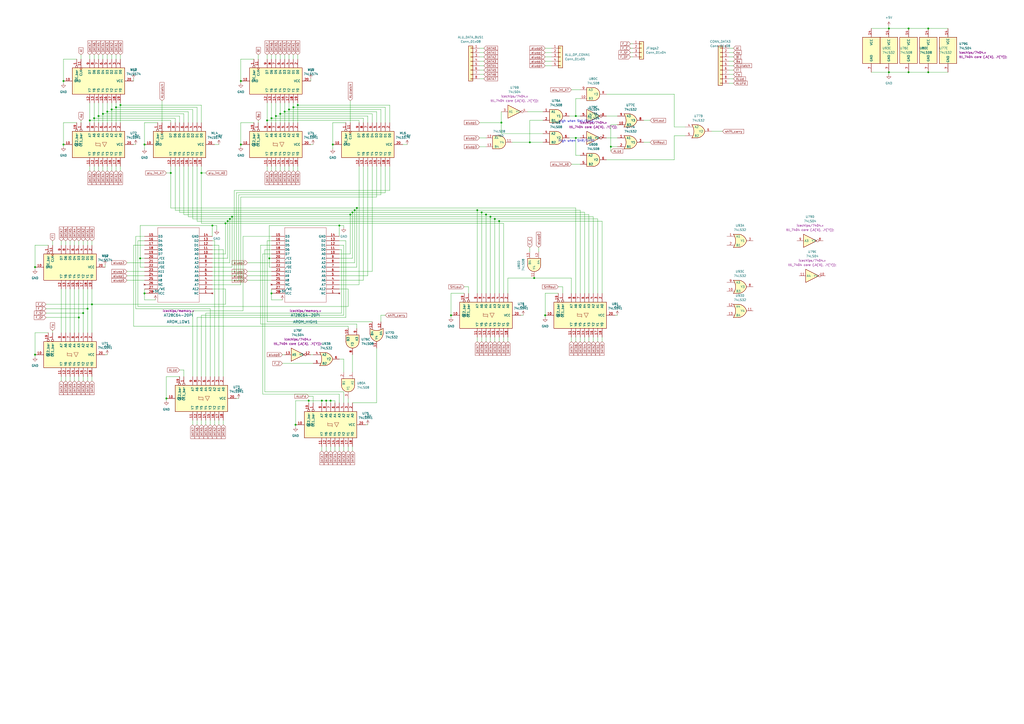
<source format=kicad_sch>
(kicad_sch (version 20211123) (generator eeschema)
  (paper "A2")
  (junction (at 157.48 170.18))
  (junction (at 162.56 66.04))
  (junction (at 538.48 16.51))
  (junction (at 83.82 170.18))
  (junction (at 52.07 69.85))
  (junction (at 204.47 123.19))
  (junction (at 186.69 232.41))
  (junction (at 134.62 125.73))
  (junction (at 20.32 154.94))
  (junction (at 309.88 161.29))
  (junction (at 81.28 149.86))
  (junction (at 284.48 125.73))
  (junction (at 207.01 120.65))
  (junction (at 154.94 69.85))
  (junction (at 515.62 41.91))
  (junction (at 538.48 41.91))
  (junction (at 57.15 67.31))
  (junction (at 203.2 124.46))
  (junction (at 287.02 127))
  (junction (at 205.74 121.92))
  (junction (at 172.72 60.96))
  (junction (at 96.52 231.14))
  (junction (at 515.62 16.51))
  (junction (at 59.69 66.04))
  (junction (at 160.02 67.31))
  (junction (at 289.56 128.27))
  (junction (at 133.35 127))
  (junction (at 99.06 100.33))
  (junction (at 157.48 68.58))
  (junction (at 54.61 68.58))
  (junction (at 307.34 82.55))
  (junction (at 179.07 232.41))
  (junction (at 130.81 129.54))
  (junction (at 69.85 60.96))
  (junction (at 20.32 205.74))
  (junction (at 132.08 128.27))
  (junction (at 48.26 181.61))
  (junction (at 193.04 83.82))
  (junction (at 67.31 62.23))
  (junction (at 354.33 85.09))
  (junction (at 171.45 246.38))
  (junction (at 139.7 83.82))
  (junction (at 50.8 179.07))
  (junction (at 53.34 176.53))
  (junction (at 64.77 63.5))
  (junction (at 191.77 232.41))
  (junction (at 62.23 64.77))
  (junction (at 139.7 46.99))
  (junction (at 334.01 80.01))
  (junction (at 281.94 124.46))
  (junction (at 156.21 149.86))
  (junction (at 527.05 16.51))
  (junction (at 196.85 130.81))
  (junction (at 170.18 62.23))
  (junction (at 334.01 67.31))
  (junction (at 36.83 83.82))
  (junction (at 36.83 46.99))
  (junction (at 316.23 182.88))
  (junction (at 45.72 184.15))
  (junction (at 279.4 123.19))
  (junction (at 261.62 182.88))
  (junction (at 527.05 41.91))
  (junction (at 290.83 71.12))
  (junction (at 83.82 83.82))
  (junction (at 165.1 64.77))
  (junction (at 167.64 63.5))
  (junction (at 123.19 130.81))
  (junction (at 189.23 232.41))
  (junction (at 276.86 121.92))
  (junction (at 116.84 100.33))
  (wire (pts (xy 140.97 180.34) (xy 111.76 180.34)))
  (wire (pts (xy 346.71 195.58) (xy 346.71 198.12)))
  (wire (pts (xy 210.82 96.52) (xy 210.82 162.56)))
  (wire (pts (xy 123.19 152.4) (xy 133.35 152.4)))
  (wire (pts (xy 336.55 195.58) (xy 336.55 198.12)))
  (wire (pts (xy 59.69 96.52) (xy 59.69 99.06)))
  (wire (pts (xy 309.88 161.29) (xy 331.47 161.29)))
  (wire (pts (xy 45.72 167.64) (xy 45.72 184.15)))
  (wire (pts (xy 64.77 96.52) (xy 64.77 99.06)))
  (wire (pts (xy 160.02 96.52) (xy 160.02 99.06)))
  (wire (pts (xy 106.68 96.52) (xy 106.68 124.46)))
  (wire (pts (xy 44.45 71.12) (xy 36.83 71.12)))
  (wire (pts (xy 309.88 161.29) (xy 294.64 161.29)))
  (wire (pts (xy 204.47 205.74) (xy 204.47 215.9)))
  (wire (pts (xy 207.01 154.94) (xy 207.01 120.65)))
  (wire (pts (xy 80.01 139.7) (xy 83.82 139.7)))
  (wire (pts (xy 208.28 71.12) (xy 208.28 69.85)))
  (wire (pts (xy 278.13 43.18) (xy 280.67 43.18)))
  (wire (pts (xy 331.47 195.58) (xy 331.47 198.12)))
  (wire (pts (xy 193.04 71.12) (xy 193.04 83.82)))
  (wire (pts (xy 48.26 167.64) (xy 48.26 181.61)))
  (wire (pts (xy 114.3 71.12) (xy 114.3 62.23)))
  (wire (pts (xy 207.01 120.65) (xy 99.06 120.65)))
  (wire (pts (xy 36.83 71.12) (xy 36.83 83.82)))
  (wire (pts (xy 45.72 218.44) (xy 45.72 220.98)))
  (wire (pts (xy 116.84 60.96) (xy 116.84 71.12)))
  (wire (pts (xy 133.35 152.4) (xy 133.35 127)))
  (wire (pts (xy 135.89 157.48) (xy 135.89 110.49)))
  (wire (pts (xy 46.99 69.85) (xy 46.99 71.12)))
  (wire (pts (xy 67.31 59.69) (xy 67.31 62.23)))
  (wire (pts (xy 341.63 124.46) (xy 341.63 170.18)))
  (wire (pts (xy 412.75 76.2) (xy 419.1 76.2)))
  (wire (pts (xy 196.85 228.6) (xy 196.85 233.68)))
  (wire (pts (xy 83.82 154.94) (xy 81.28 154.94)))
  (wire (pts (xy 294.64 161.29) (xy 294.64 170.18)))
  (wire (pts (xy 45.72 142.24) (xy 45.72 139.7)))
  (wire (pts (xy 99.06 120.65) (xy 99.06 100.33)))
  (wire (pts (xy 297.18 82.55) (xy 307.34 82.55)))
  (wire (pts (xy 278.13 38.1) (xy 280.67 38.1)))
  (wire (pts (xy 194.31 233.68) (xy 194.31 232.41)))
  (wire (pts (xy 220.98 63.5) (xy 167.64 63.5)))
  (wire (pts (xy 153.67 144.78) (xy 153.67 227.33)))
  (wire (pts (xy 52.07 69.85) (xy 52.07 71.12)))
  (wire (pts (xy 316.23 35.56) (xy 320.04 35.56)))
  (wire (pts (xy 205.74 152.4) (xy 205.74 121.92)))
  (wire (pts (xy 137.16 160.02) (xy 137.16 111.76)))
  (wire (pts (xy 391.16 73.66) (xy 397.51 73.66)))
  (wire (pts (xy 276.86 121.92) (xy 276.86 170.18)))
  (wire (pts (xy 223.52 71.12) (xy 223.52 62.23)))
  (wire (pts (xy 81.28 154.94) (xy 81.28 149.86)))
  (wire (pts (xy 199.39 132.08) (xy 199.39 130.81)))
  (wire (pts (xy 307.34 69.85) (xy 307.34 82.55)))
  (wire (pts (xy 204.47 123.19) (xy 104.14 123.19)))
  (wire (pts (xy 186.69 232.41) (xy 179.07 232.41)))
  (wire (pts (xy 196.85 208.28) (xy 199.39 208.28)))
  (wire (pts (xy 43.18 142.24) (xy 43.18 139.7)))
  (wire (pts (xy 326.39 166.37) (xy 326.39 170.18)))
  (wire (pts (xy 203.2 124.46) (xy 281.94 124.46)))
  (wire (pts (xy 52.07 96.52) (xy 52.07 99.06)))
  (wire (pts (xy 127 142.24) (xy 127 218.44)))
  (wire (pts (xy 139.7 114.3) (xy 218.44 114.3)))
  (wire (pts (xy 60.96 153.67) (xy 60.96 154.94)))
  (wire (pts (xy 111.76 63.5) (xy 64.77 63.5)))
  (wire (pts (xy 218.44 201.93) (xy 218.44 233.68)))
  (wire (pts (xy 194.31 259.08) (xy 194.31 261.62)))
  (wire (pts (xy 139.7 71.12) (xy 139.7 83.82)))
  (wire (pts (xy 91.44 71.12) (xy 83.82 71.12)))
  (wire (pts (xy 160.02 34.29) (xy 160.02 31.75)))
  (wire (pts (xy 196.85 142.24) (xy 199.39 142.24)))
  (wire (pts (xy 331.47 52.07) (xy 336.55 52.07)))
  (wire (pts (xy 351.79 80.01) (xy 358.14 80.01)))
  (wire (pts (xy 26.67 179.07) (xy 50.8 179.07)))
  (wire (pts (xy 90.17 173.99) (xy 83.82 173.99)))
  (wire (pts (xy 210.82 162.56) (xy 196.85 162.56)))
  (wire (pts (xy 205.74 121.92) (xy 101.6 121.92)))
  (wire (pts (xy 81.28 149.86) (xy 81.28 130.81)))
  (wire (pts (xy 154.94 59.69) (xy 154.94 69.85)))
  (wire (pts (xy 201.93 189.23) (xy 201.93 190.5)))
  (wire (pts (xy 57.15 34.29) (xy 57.15 31.75)))
  (wire (pts (xy 36.83 83.82) (xy 36.83 85.09)))
  (wire (pts (xy 346.71 127) (xy 346.71 170.18)))
  (wire (pts (xy 422.91 48.26) (xy 425.45 48.26)))
  (wire (pts (xy 106.68 71.12) (xy 106.68 66.04)))
  (wire (pts (xy 261.62 170.18) (xy 261.62 182.88)))
  (wire (pts (xy 83.82 71.12) (xy 83.82 83.82)))
  (wire (pts (xy 203.2 147.32) (xy 203.2 124.46)))
  (wire (pts (xy 204.47 259.08) (xy 204.47 261.62)))
  (wire (pts (xy 38.1 218.44) (xy 38.1 220.98)))
  (wire (pts (xy 205.74 121.92) (xy 276.86 121.92)))
  (wire (pts (xy 422.91 45.72) (xy 425.45 45.72)))
  (wire (pts (xy 157.48 173.99) (xy 157.48 170.18)))
  (wire (pts (xy 104.14 67.31) (xy 57.15 67.31)))
  (wire (pts (xy 323.85 170.18) (xy 316.23 170.18)))
  (wire (pts (xy 50.8 179.07) (xy 50.8 193.04)))
  (wire (pts (xy 204.47 123.19) (xy 279.4 123.19)))
  (wire (pts (xy 316.23 182.88) (xy 316.23 184.15)))
  (wire (pts (xy 64.77 59.69) (xy 64.77 63.5)))
  (wire (pts (xy 116.84 100.33) (xy 119.38 100.33)))
  (wire (pts (xy 515.62 43.18) (xy 515.62 41.91)))
  (wire (pts (xy 104.14 71.12) (xy 104.14 67.31)))
  (wire (pts (xy 157.48 139.7) (xy 154.94 139.7)))
  (wire (pts (xy 78.74 137.16) (xy 78.74 179.07)))
  (wire (pts (xy 196.85 149.86) (xy 204.47 149.86)))
  (wire (pts (xy 123.19 147.32) (xy 130.81 147.32)))
  (wire (pts (xy 215.9 96.52) (xy 215.9 157.48)))
  (wire (pts (xy 83.82 173.99) (xy 83.82 170.18)))
  (wire (pts (xy 45.72 184.15) (xy 45.72 193.04)))
  (wire (pts (xy 143.51 160.02) (xy 157.48 160.02)))
  (wire (pts (xy 171.45 232.41) (xy 179.07 232.41)))
  (wire (pts (xy 191.77 232.41) (xy 189.23 232.41)))
  (wire (pts (xy 354.33 85.09) (xy 354.33 72.39)))
  (wire (pts (xy 116.84 129.54) (xy 116.84 100.33)))
  (wire (pts (xy 83.82 83.82) (xy 83.82 86.36)))
  (wire (pts (xy 54.61 96.52) (xy 54.61 99.06)))
  (wire (pts (xy 156.21 149.86) (xy 156.21 130.81)))
  (wire (pts (xy 140.97 137.16) (xy 140.97 180.34)))
  (wire (pts (xy 312.42 146.05) (xy 312.42 143.51)))
  (wire (pts (xy 172.72 96.52) (xy 172.72 99.06)))
  (wire (pts (xy 165.1 59.69) (xy 165.1 64.77)))
  (wire (pts (xy 35.56 167.64) (xy 35.56 193.04)))
  (wire (pts (xy 199.39 208.28) (xy 199.39 215.9)))
  (wire (pts (xy 73.66 152.4) (xy 83.82 152.4)))
  (wire (pts (xy 36.83 34.29) (xy 36.83 46.99)))
  (wire (pts (xy 334.01 120.65) (xy 334.01 170.18)))
  (wire (pts (xy 339.09 123.19) (xy 339.09 170.18)))
  (wire (pts (xy 101.6 96.52) (xy 101.6 121.92)))
  (wire (pts (xy 330.2 80.01) (xy 334.01 80.01)))
  (wire (pts (xy 83.82 149.86) (xy 81.28 149.86)))
  (wire (pts (xy 193.04 83.82) (xy 193.04 86.36)))
  (wire (pts (xy 139.7 46.99) (xy 139.7 48.26)))
  (wire (pts (xy 53.34 176.53) (xy 130.81 176.53)))
  (wire (pts (xy 165.1 64.77) (xy 165.1 71.12)))
  (wire (pts (xy 129.54 144.78) (xy 129.54 218.44)))
  (wire (pts (xy 83.82 167.64) (xy 83.82 170.18)))
  (wire (pts (xy 284.48 125.73) (xy 284.48 170.18)))
  (wire (pts (xy 330.2 67.31) (xy 334.01 67.31)))
  (wire (pts (xy 220.98 96.52) (xy 220.98 113.03)))
  (wire (pts (xy 73.66 160.02) (xy 83.82 160.02)))
  (wire (pts (xy 538.48 16.51) (xy 549.91 16.51)))
  (wire (pts (xy 307.34 82.55) (xy 314.96 82.55)))
  (wire (pts (xy 152.4 147.32) (xy 152.4 228.6)))
  (wire (pts (xy 201.93 259.08) (xy 201.93 261.62)))
  (wire (pts (xy 116.84 243.84) (xy 116.84 246.38)))
  (wire (pts (xy 165.1 96.52) (xy 165.1 99.06)))
  (wire (pts (xy 123.19 165.1) (xy 139.7 165.1)))
  (wire (pts (xy 154.94 69.85) (xy 154.94 71.12)))
  (wire (pts (xy 191.77 232.41) (xy 191.77 233.68)))
  (wire (pts (xy 279.4 123.19) (xy 279.4 170.18)))
  (wire (pts (xy 215.9 66.04) (xy 162.56 66.04)))
  (wire (pts (xy 59.69 59.69) (xy 59.69 66.04)))
  (wire (pts (xy 160.02 59.69) (xy 160.02 67.31)))
  (wire (pts (xy 223.52 62.23) (xy 170.18 62.23)))
  (wire (pts (xy 203.2 58.42) (xy 203.2 71.12)))
  (wire (pts (xy 99.06 100.33) (xy 99.06 96.52)))
  (wire (pts (xy 170.18 59.69) (xy 170.18 62.23)))
  (wire (pts (xy 201.93 167.64) (xy 196.85 167.64)))
  (wire (pts (xy 151.13 187.96) (xy 207.01 187.96)))
  (wire (pts (xy 44.45 34.29) (xy 36.83 34.29)))
  (wire (pts (xy 334.01 67.31) (xy 334.01 57.15)))
  (wire (pts (xy 218.44 64.77) (xy 165.1 64.77)))
  (wire (pts (xy 106.68 214.63) (xy 104.14 214.63)))
  (wire (pts (xy 152.4 228.6) (xy 196.85 228.6)))
  (wire (pts (xy 356.87 182.88) (xy 358.14 182.88)))
  (wire (pts (xy 527.05 16.51) (xy 538.48 16.51)))
  (wire (pts (xy 422.91 35.56) (xy 425.45 35.56)))
  (wire (pts (xy 20.32 205.74) (xy 20.32 207.01)))
  (wire (pts (xy 62.23 96.52) (xy 62.23 99.06)))
  (wire (pts (xy 69.85 59.69) (xy 69.85 60.96)))
  (wire (pts (xy 130.81 167.64) (xy 130.81 176.53)))
  (wire (pts (xy 96.52 218.44) (xy 96.52 231.14)))
  (wire (pts (xy 156.21 154.94) (xy 156.21 149.86)))
  (wire (pts (xy 163.83 173.99) (xy 157.48 173.99)))
  (wire (pts (xy 354.33 85.09) (xy 358.14 85.09)))
  (wire (pts (xy 67.31 96.52) (xy 67.31 99.06)))
  (wire (pts (xy 53.34 176.53) (xy 53.34 193.04)))
  (wire (pts (xy 154.94 34.29) (xy 154.94 31.75)))
  (wire (pts (xy 162.56 66.04) (xy 162.56 71.12)))
  (wire (pts (xy 106.68 214.63) (xy 106.68 218.44)))
  (wire (pts (xy 373.38 69.85) (xy 377.19 69.85)))
  (wire (pts (xy 279.4 195.58) (xy 279.4 198.12)))
  (wire (pts (xy 157.48 96.52) (xy 157.48 99.06)))
  (wire (pts (xy 422.91 43.18) (xy 425.45 43.18)))
  (wire (pts (xy 119.38 243.84) (xy 119.38 246.38)))
  (wire (pts (xy 203.2 124.46) (xy 106.68 124.46)))
  (wire (pts (xy 154.94 139.7) (xy 154.94 186.69)))
  (wire (pts (xy 422.91 27.94) (xy 425.45 27.94)))
  (wire (pts (xy 289.56 195.58) (xy 289.56 198.12)))
  (wire (pts (xy 302.26 182.88) (xy 303.53 182.88)))
  (wire (pts (xy 538.48 41.91) (xy 549.91 41.91)))
  (wire (pts (xy 196.85 147.32) (xy 203.2 147.32)))
  (wire (pts (xy 204.47 149.86) (xy 204.47 123.19)))
  (wire (pts (xy 138.43 113.03) (xy 220.98 113.03)))
  (wire (pts (xy 139.7 83.82) (xy 139.7 85.09)))
  (wire (pts (xy 170.18 62.23) (xy 170.18 71.12)))
  (wire (pts (xy 125.73 133.35) (xy 125.73 130.81)))
  (wire (pts (xy 207.01 187.96) (xy 207.01 190.5)))
  (wire (pts (xy 69.85 60.96) (xy 116.84 60.96)))
  (wire (pts (xy 57.15 67.31) (xy 57.15 71.12)))
  (wire (pts (xy 290.83 64.77) (xy 290.83 71.12)))
  (wire (pts (xy 60.96 205.74) (xy 62.23 205.74)))
  (wire (pts (xy 137.16 111.76) (xy 223.52 111.76)))
  (wire (pts (xy 35.56 218.44) (xy 35.56 220.98)))
  (wire (pts (xy 515.62 15.24) (xy 515.62 16.51)))
  (wire (pts (xy 351.79 54.61) (xy 391.16 54.61)))
  (wire (pts (xy 143.51 152.4) (xy 157.48 152.4)))
  (wire (pts (xy 99.06 69.85) (xy 52.07 69.85)))
  (wire (pts (xy 171.45 246.38) (xy 171.45 247.65)))
  (wire (pts (xy 422.91 40.64) (xy 425.45 40.64)))
  (wire (pts (xy 212.09 246.38) (xy 213.36 246.38)))
  (wire (pts (xy 123.19 130.81) (xy 123.19 137.16)))
  (wire (pts (xy 292.1 195.58) (xy 292.1 198.12)))
  (wire (pts (xy 290.83 77.47) (xy 314.96 77.47)))
  (wire (pts (xy 73.66 157.48) (xy 83.82 157.48)))
  (wire (pts (xy 331.47 161.29) (xy 331.47 170.18)))
  (wire (pts (xy 132.08 128.27) (xy 289.56 128.27)))
  (wire (pts (xy 515.62 16.51) (xy 527.05 16.51)))
  (wire (pts (xy 111.76 71.12) (xy 111.76 63.5)))
  (wire (pts (xy 109.22 125.73) (xy 109.22 96.52)))
  (wire (pts (xy 210.82 68.58) (xy 157.48 68.58)))
  (wire (pts (xy 223.52 111.76) (xy 223.52 96.52)))
  (wire (pts (xy 132.08 128.27) (xy 114.3 128.27)))
  (wire (pts (xy 196.85 144.78) (xy 198.12 144.78)))
  (wire (pts (xy 157.48 147.32) (xy 152.4 147.32)))
  (wire (pts (xy 160.02 67.31) (xy 160.02 71.12)))
  (wire (pts (xy 196.85 130.81) (xy 199.39 130.81)))
  (wire (pts (xy 261.62 182.88) (xy 261.62 184.15)))
  (wire (pts (xy 109.22 64.77) (xy 62.23 64.77)))
  (wire (pts (xy 180.34 45.72) (xy 180.34 46.99)))
  (wire (pts (xy 69.85 34.29) (xy 69.85 31.75)))
  (wire (pts (xy 391.16 54.61) (xy 391.16 73.66)))
  (wire (pts (xy 226.06 110.49) (xy 226.06 96.52)))
  (wire (pts (xy 26.67 176.53) (xy 53.34 176.53)))
  (wire (pts (xy 287.02 195.58) (xy 287.02 198.12)))
  (wire (pts (xy 157.48 68.58) (xy 157.48 71.12)))
  (wire (pts (xy 78.74 179.07) (xy 121.92 179.07)))
  (wire (pts (xy 123.19 139.7) (xy 124.46 139.7)))
  (wire (pts (xy 64.77 63.5) (xy 64.77 71.12)))
  (wire (pts (xy 77.47 142.24) (xy 83.82 142.24)))
  (wire (pts (xy 38.1 167.64) (xy 38.1 193.04)))
  (wire (pts (xy 123.19 157.48) (xy 135.89 157.48)))
  (wire (pts (xy 365.76 25.4) (xy 367.03 25.4)))
  (wire (pts (xy 278.13 80.01) (xy 281.94 80.01)))
  (wire (pts (xy 50.8 142.24) (xy 50.8 139.7)))
  (wire (pts (xy 54.61 59.69) (xy 54.61 68.58)))
  (wire (pts (xy 154.94 186.69) (xy 215.9 186.69)))
  (wire (pts (xy 334.01 80.01) (xy 334.01 90.17)))
  (wire (pts (xy 341.63 195.58) (xy 341.63 198.12)))
  (wire (pts (xy 336.55 90.17) (xy 334.01 90.17)))
  (wire (pts (xy 218.44 71.12) (xy 218.44 64.77)))
  (wire (pts (xy 323.85 166.37) (xy 326.39 166.37)))
  (wire (pts (xy 180.34 205.74) (xy 181.61 205.74)))
  (wire (pts (xy 48.26 181.61) (xy 48.26 193.04)))
  (wire (pts (xy 156.21 149.86) (xy 157.48 149.86)))
  (wire (pts (xy 287.02 127) (xy 287.02 170.18)))
  (wire (pts (xy 276.86 195.58) (xy 276.86 198.12)))
  (wire (pts (xy 213.36 67.31) (xy 160.02 67.31)))
  (wire (pts (xy 179.07 232.41) (xy 179.07 233.68)))
  (wire (pts (xy 284.48 195.58) (xy 284.48 198.12)))
  (wire (pts (xy 278.13 45.72) (xy 280.67 45.72)))
  (wire (pts (xy 339.09 195.58) (xy 339.09 198.12)))
  (wire (pts (xy 57.15 96.52) (xy 57.15 99.06)))
  (wire (pts (xy 138.43 162.56) (xy 138.43 113.03)))
  (wire (pts (xy 101.6 71.12) (xy 101.6 68.58)))
  (wire (pts (xy 123.19 149.86) (xy 132.08 149.86)))
  (wire (pts (xy 172.72 59.69) (xy 172.72 60.96)))
  (wire (pts (xy 200.66 184.15) (xy 114.3 184.15)))
  (wire (pts (xy 207.01 120.65) (xy 334.01 120.65)))
  (wire (pts (xy 93.98 58.42) (xy 93.98 71.12)))
  (wire (pts (xy 334.01 195.58) (xy 334.01 198.12)))
  (wire (pts (xy 101.6 68.58) (xy 54.61 68.58)))
  (wire (pts (xy 53.34 167.64) (xy 53.34 176.53)))
  (wire (pts (xy 27.94 142.24) (xy 20.32 142.24)))
  (wire (pts (xy 391.16 92.71) (xy 391.16 78.74)))
  (wire (pts (xy 30.48 191.77) (xy 30.48 193.04)))
  (wire (pts (xy 186.69 259.08) (xy 186.69 261.62)))
  (wire (pts (xy 26.67 181.61) (xy 48.26 181.61)))
  (wire (pts (xy 218.44 96.52) (xy 218.44 114.3)))
  (wire (pts (xy 40.64 218.44) (xy 40.64 220.98)))
  (wire (pts (xy 78.74 137.16) (xy 83.82 137.16)))
  (wire (pts (xy 53.34 142.24) (xy 53.34 139.7)))
  (wire (pts (xy 57.15 59.69) (xy 57.15 67.31)))
  (wire (pts (xy 111.76 180.34) (xy 111.76 218.44)))
  (wire (pts (xy 111.76 243.84) (xy 111.76 246.38)))
  (wire (pts (xy 139.7 34.29) (xy 139.7 46.99)))
  (wire (pts (xy 199.39 227.33) (xy 199.39 233.68)))
  (wire (pts (xy 163.83 205.74) (xy 165.1 205.74)))
  (wire (pts (xy 233.68 83.82) (xy 236.22 83.82)))
  (wire (pts (xy 62.23 64.77) (xy 62.23 71.12)))
  (wire (pts (xy 156.21 130.81) (xy 196.85 130.81)))
  (wire (pts (xy 344.17 125.73) (xy 344.17 170.18)))
  (wire (pts (xy 124.46 139.7) (xy 124.46 218.44)))
  (wire (pts (xy 373.38 82.55) (xy 377.19 82.55)))
  (wire (pts (xy 269.24 170.18) (xy 261.62 170.18)))
  (wire (pts (xy 38.1 142.24) (xy 38.1 139.7)))
  (wire (pts (xy 96.52 100.33) (xy 99.06 100.33)))
  (wire (pts (xy 167.64 63.5) (xy 167.64 71.12)))
  (wire (pts (xy 344.17 195.58) (xy 344.17 198.12)))
  (wire (pts (xy 208.28 165.1) (xy 196.85 165.1)))
  (wire (pts (xy 114.3 184.15) (xy 114.3 218.44)))
  (wire (pts (xy 181.61 229.87) (xy 181.61 233.68)))
  (wire (pts (xy 276.86 121.92) (xy 336.55 121.92)))
  (wire (pts (xy 130.81 129.54) (xy 116.84 129.54)))
  (wire (pts (xy 67.31 34.29) (xy 67.31 31.75)))
  (wire (pts (xy 35.56 142.24) (xy 35.56 139.7)))
  (wire (pts (xy 121.92 243.84) (xy 121.92 246.38)))
  (wire (pts (xy 284.48 125.73) (xy 344.17 125.73)))
  (wire (pts (xy 527.05 41.91) (xy 538.48 41.91)))
  (wire (pts (xy 278.13 40.64) (xy 280.67 40.64)))
  (wire (pts (xy 48.26 218.44) (xy 48.26 220.98)))
  (wire (pts (xy 307.34 146.05) (xy 307.34 143.51)))
  (wire (pts (xy 172.72 60.96) (xy 172.72 71.12)))
  (wire (pts (xy 349.25 195.58) (xy 349.25 198.12)))
  (wire (pts (xy 292.1 129.54) (xy 292.1 170.18)))
  (wire (pts (xy 208.28 96.52) (xy 208.28 165.1)))
  (wire (pts (xy 48.26 142.24) (xy 48.26 139.7)))
  (wire (pts (xy 215.9 157.48) (xy 196.85 157.48)))
  (wire (pts (xy 137.16 231.14) (xy 138.43 231.14)))
  (wire (pts (xy 200.66 71.12) (xy 193.04 71.12)))
  (wire (pts (xy 191.77 259.08) (xy 191.77 261.62)))
  (wire (pts (xy 316.23 30.48) (xy 320.04 30.48)))
  (wire (pts (xy 306.07 64.77) (xy 314.96 64.77)))
  (wire (pts (xy 50.8 167.64) (xy 50.8 179.07)))
  (wire (pts (xy 180.34 83.82) (xy 181.61 83.82)))
  (wire (pts (xy 220.98 186.69) (xy 220.98 182.88)))
  (wire (pts (xy 132.08 149.86) (xy 132.08 128.27)))
  (wire (pts (xy 162.56 59.69) (xy 162.56 66.04)))
  (wire (pts (xy 289.56 128.27) (xy 289.56 170.18)))
  (wire (pts (xy 20.32 142.24) (xy 20.32 154.94)))
  (wire (pts (xy 515.62 41.91) (xy 527.05 41.91)))
  (wire (pts (xy 123.19 144.78) (xy 129.54 144.78)))
  (wire (pts (xy 196.85 139.7) (xy 200.66 139.7)))
  (wire (pts (xy 73.66 162.56) (xy 83.82 162.56)))
  (wire (pts (xy 213.36 160.02) (xy 196.85 160.02)))
  (wire (pts (xy 226.06 60.96) (xy 226.06 71.12)))
  (wire (pts (xy 172.72 34.29) (xy 172.72 31.75)))
  (wire (pts (xy 157.48 59.69) (xy 157.48 68.58)))
  (wire (pts (xy 186.69 232.41) (xy 186.69 233.68)))
  (wire (pts (xy 20.32 154.94) (xy 20.32 156.21)))
  (wire (pts (xy 314.96 69.85) (xy 307.34 69.85)))
  (wire (pts (xy 334.01 67.31) (xy 336.55 67.31)))
  (wire (pts (xy 64.77 34.29) (xy 64.77 31.75)))
  (wire (pts (xy 26.67 184.15) (xy 45.72 184.15)))
  (wire (pts (xy 162.56 96.52) (xy 162.56 99.06)))
  (wire (pts (xy 196.85 259.08) (xy 196.85 261.62)))
  (wire (pts (xy 157.48 144.78) (xy 153.67 144.78)))
  (wire (pts (xy 157.48 34.29) (xy 157.48 31.75)))
  (wire (pts (xy 147.32 34.29) (xy 139.7 34.29)))
  (wire (pts (xy 124.46 83.82) (xy 127 83.82)))
  (wire (pts (xy 130.81 147.32) (xy 130.81 129.54)))
  (wire (pts (xy 271.78 166.37) (xy 271.78 170.18)))
  (wire (pts (xy 69.85 96.52) (xy 69.85 99.06)))
  (wire (pts (xy 365.76 30.48) (xy 367.03 30.48)))
  (wire (pts (xy 194.31 232.41) (xy 191.77 232.41)))
  (wire (pts (xy 170.18 96.52) (xy 170.18 99.06)))
  (wire (pts (xy 171.45 232.41) (xy 171.45 246.38)))
  (wire (pts (xy 106.68 66.04) (xy 59.69 66.04)))
  (wire (pts (xy 349.25 128.27) (xy 349.25 170.18)))
  (wire (pts (xy 77.47 189.23) (xy 201.93 189.23)))
  (wire (pts (xy 199.39 259.08) (xy 199.39 261.62)))
  (wire (pts (xy 351.79 67.31) (xy 358.14 67.31)))
  (wire (pts (xy 77.47 83.82) (xy 78.74 83.82)))
  (wire (pts (xy 135.89 110.49) (xy 226.06 110.49)))
  (wire (pts (xy 149.86 69.85) (xy 149.86 71.12)))
  (wire (pts (xy 281.94 195.58) (xy 281.94 198.12)))
  (wire (pts (xy 278.13 27.94) (xy 280.67 27.94)))
  (wire (pts (xy 36.83 46.99) (xy 36.83 48.26)))
  (wire (pts (xy 278.13 35.56) (xy 280.67 35.56)))
  (wire (pts (xy 81.28 130.81) (xy 123.19 130.81)))
  (wire (pts (xy 294.64 195.58) (xy 294.64 198.12)))
  (wire (pts (xy 62.23 59.69) (xy 62.23 64.77)))
  (wire (pts (xy 134.62 125.73) (xy 109.22 125.73)))
  (wire (pts (xy 114.3 96.52) (xy 114.3 128.27)))
  (wire (pts (xy 116.84 100.33) (xy 116.84 96.52)))
  (wire (pts (xy 165.1 34.29) (xy 165.1 31.75)))
  (wire (pts (xy 316.23 27.94) (xy 320.04 27.94)))
  (wire (pts (xy 121.92 179.07) (xy 121.92 218.44)))
  (wire (pts (xy 199.39 182.88) (xy 116.84 182.88)))
  (wire (pts (xy 114.3 62.23) (xy 67.31 62.23)))
  (wire (pts (xy 53.34 218.44) (xy 53.34 220.98)))
  (wire (pts (xy 365.76 27.94) (xy 367.03 27.94)))
  (wire (pts (xy 422.91 33.02) (xy 425.45 33.02)))
  (wire (pts (xy 111.76 127) (xy 111.76 96.52)))
  (wire (pts (xy 278.13 85.09) (xy 281.94 85.09)))
  (wire (pts (xy 77.47 45.72) (xy 77.47 46.99)))
  (wire (pts (xy 220.98 182.88) (xy 223.52 182.88)))
  (wire (pts (xy 80.01 177.8) (xy 201.93 177.8)))
  (wire (pts (xy 59.69 34.29) (xy 59.69 31.75)))
  (wire (pts (xy 422.91 38.1) (xy 425.45 38.1)))
  (wire (pts (xy 200.66 139.7) (xy 200.66 184.15)))
  (wire (pts (xy 279.4 123.19) (xy 339.09 123.19)))
  (wire (pts (xy 316.23 170.18) (xy 316.23 182.88)))
  (wire (pts (xy 124.46 243.84) (xy 124.46 246.38)))
  (wire (pts (xy 157.48 167.64) (xy 157.48 170.18)))
  (wire (pts (xy 114.3 243.84) (xy 114.3 246.38)))
  (wire (pts (xy 290.83 71.12) (xy 290.83 77.47)))
  (wire (pts (xy 149.86 31.75) (xy 149.86 34.29)))
  (wire (pts (xy 133.35 127) (xy 287.02 127)))
  (wire (pts (xy 40.64 142.24) (xy 40.64 139.7)))
  (wire (pts (xy 213.36 96.52) (xy 213.36 160.02)))
  (wire (pts (xy 127 243.84) (xy 127 246.38)))
  (wire (pts (xy 218.44 233.68) (xy 204.47 233.68)))
  (wire (pts (xy 505.46 16.51) (xy 515.62 16.51)))
  (wire (pts (xy 46.99 31.75) (xy 46.99 34.29)))
  (wire (pts (xy 123.19 154.94) (xy 134.62 154.94)))
  (wire (pts (xy 167.64 34.29) (xy 167.64 31.75)))
  (wire (pts (xy 123.19 162.56) (xy 138.43 162.56)))
  (wire (pts (xy 189.23 232.41) (xy 189.23 233.68)))
  (wire (pts (xy 365.76 33.02) (xy 367.03 33.02)))
  (wire (pts (xy 167.64 96.52) (xy 167.64 99.06)))
  (wire (pts (xy 213.36 71.12) (xy 213.36 67.31)))
  (wire (pts (xy 198.12 181.61) (xy 119.38 181.61)))
  (wire (pts (xy 172.72 60.96) (xy 226.06 60.96)))
  (wire (pts (xy 269.24 166.37) (xy 271.78 166.37)))
  (wire (pts (xy 281.94 124.46) (xy 341.63 124.46)))
  (wire (pts (xy 157.48 137.16) (xy 140.97 137.16)))
  (wire (pts (xy 123.19 142.24) (xy 127 142.24)))
  (wire (pts (xy 289.56 128.27) (xy 349.25 128.27)))
  (wire (pts (xy 201.93 177.8) (xy 201.93 167.64)))
  (wire (pts (xy 422.91 30.48) (xy 425.45 30.48)))
  (wire (pts (xy 54.61 34.29) (xy 54.61 31.75)))
  (wire (pts (xy 134.62 125.73) (xy 284.48 125.73)))
  (wire (pts (xy 281.94 124.46) (xy 281.94 170.18)))
  (wire (pts (xy 196.85 154.94) (xy 207.01 154.94)))
  (wire (pts (xy 153.67 227.33) (xy 199.39 227.33)))
  (wire (pts (xy 147.32 71.12) (xy 139.7 71.12)))
  (wire (pts (xy 43.18 218.44) (xy 43.18 220.98)))
  (wire (pts (xy 116.84 182.88) (xy 116.84 218.44)))
  (wire (pts (xy 40.64 167.64) (xy 40.64 193.04)))
  (wire (pts (xy 125.73 130.81) (xy 123.19 130.81)))
  (wire (pts (xy 80.01 139.7) (xy 80.01 177.8)))
  (wire (pts (xy 220.98 71.12) (xy 220.98 63.5)))
  (wire (pts (xy 104.14 96.52) (xy 104.14 123.19)))
  (wire (pts (xy 54.61 68.58) (xy 54.61 71.12)))
  (wire (pts (xy 143.51 157.48) (xy 157.48 157.48)))
  (wire (pts (xy 505.46 41.91) (xy 515.62 41.91)))
  (wire (pts (xy 133.35 127) (xy 111.76 127)))
  (wire (pts (xy 210.82 71.12) (xy 210.82 68.58)))
  (wire (pts (xy 59.69 66.04) (xy 59.69 71.12)))
  (wire (pts (xy 69.85 60.96) (xy 69.85 71.12)))
  (wire (pts (xy 157.48 154.94) (xy 156.21 154.94)))
  (wire (pts (xy 104.14 218.44) (xy 96.52 218.44)))
  (wire (pts (xy 99.06 71.12) (xy 99.06 69.85)))
  (wire (pts (xy 123.19 167.64) (xy 130.81 167.64)))
  (wire (pts (xy 278.13 30.48) (xy 280.67 30.48)))
  (wire (pts (xy 62.23 34.29) (xy 62.23 31.75)))
  (wire (pts (xy 67.31 62.23) (xy 67.31 71.12)))
  (wire (pts (xy 199.39 142.24) (xy 199.39 182.88)))
  (wire (pts (xy 130.81 129.54) (xy 292.1 129.54)))
  (wire (pts (xy 27.94 193.04) (xy 20.32 193.04)))
  (wire (pts (xy 201.93 231.14) (xy 201.93 233.68)))
  (wire (pts (xy 119.38 181.61) (xy 119.38 218.44)))
  (wire (pts (xy 109.22 71.12) (xy 109.22 64.77)))
  (wire (pts (xy 50.8 218.44) (xy 50.8 220.98)))
  (wire (pts (xy 351.79 92.71) (xy 391.16 92.71)))
  (wire (pts (xy 167.64 59.69) (xy 167.64 63.5)))
  (wire (pts (xy 157.48 142.24) (xy 151.13 142.24)))
  (wire (pts (xy 143.51 162.56) (xy 157.48 162.56)))
  (wire (pts (xy 189.23 259.08) (xy 189.23 261.62)))
  (wire (pts (xy 287.02 127) (xy 346.71 127)))
  (wire (pts (xy 278.13 71.12) (xy 290.83 71.12)))
  (wire (pts (xy 354.33 72.39) (xy 358.14 72.39)))
  (wire (pts (xy 96.52 231.14) (xy 96.52 232.41)))
  (wire (pts (xy 196.85 130.81) (xy 196.85 137.16)))
  (wire (pts (xy 163.83 210.82) (xy 181.61 210.82)))
  (wire (pts (xy 129.54 243.84) (xy 129.54 246.38)))
  (wire (pts (xy 134.62 154.94) (xy 134.62 125.73)))
  (wire (pts (xy 52.07 59.69) (xy 52.07 69.85)))
  (wire (pts (xy 334.01 80.01) (xy 336.55 80.01)))
  (wire (pts (xy 208.28 69.85) (xy 154.94 69.85)))
  (wire (pts (xy 316.23 33.02) (xy 320.04 33.02)))
  (wire (pts (xy 170.18 34.29) (xy 170.18 31.75)))
  (wire (pts (xy 154.94 96.52) (xy 154.94 99.06)))
  (wire (pts (xy 198.12 144.78) (xy 198.12 181.61)))
  (wire (pts (xy 278.13 33.02) (xy 280.67 33.02)))
  (wire (pts (xy 30.48 139.7) (xy 30.48 142.24)))
  (wire (pts (xy 43.18 167.64) (xy 43.18 193.04)))
  (wire (pts (xy 391.16 78.74) (xy 397.51 78.74)))
  (wire (pts (xy 139.7 165.1) (xy 139.7 114.3)))
  (wire (pts (xy 316.23 38.1) (xy 320.04 38.1)))
  (wire (pts (xy 151.13 142.24) (xy 151.13 187.96)))
  (wire (pts (xy 77.47 142.24) (xy 77.47 189.23)))
  (wire (pts (xy 123.19 160.02) (xy 137.16 160.02)))
  (wire (pts (xy 336.55 121.92) (xy 336.55 170.18)))
  (wire (pts (xy 196.85 152.4) (xy 205.74 152.4)))
  (wire (pts (xy 52.07 34.29) (xy 52.07 31.75)))
  (wire (pts (xy 215.9 71.12) (xy 215.9 66.04)))
  (wire (pts (xy 179.07 229.87) (xy 181.61 229.87)))
  (wire (pts (xy 162.56 34.29) (xy 162.56 31.75)))
  (wire (pts (xy 331.47 95.25) (xy 336.55 95.25)))
  (wire (pts (xy 334.01 57.15) (xy 336.55 57.15)))
  (wire (pts (xy 189.23 232.41) (xy 186.69 232.41)))
  (wire (pts (xy 354.33 87.63) (xy 354.33 85.09)))
  (wire (pts (xy 20.32 193.04) (xy 20.32 205.74)))
  (text "High when SHR/SHRC" (at 323.85 82.55 0) (effects (font (size 1.27 1.27)) (justify left bottom)))
  (text "High when SHL/SHLC" (at 323.85 71.12 0) (effects (font (size 1.27 1.27)) (justify left bottom)))
  (global_label "DATA4" (shape input) (at 59.69 31.75 90) (property "Intersheet References" "${INTERSHEET_REFS}" (effects hide)))
  (global_label "DATA7" (shape input) (at 331.47 198.12 270) (property "Intersheet References" "${INTERSHEET_REFS}" (effects hide)))
  (global_label "DATA3" (shape input) (at 341.63 198.12 270) (property "Intersheet References" "${INTERSHEET_REFS}" (effects hide)))
  (global_label "DATA5" (shape input) (at 281.94 198.12 270) (property "Intersheet References" "${INTERSHEET_REFS}" (effects hide)))
  (global_label "ALUd" (shape input) (at 425.45 45.72 0) (property "Intersheet References" "${INTERSHEET_REFS}" (effects hide)))
  (global_label "Ai" (shape input) (at 46.99 31.75 90) (property "Intersheet References" "${INTERSHEET_REFS}" (effects hide)))
  (global_label "DATA0" (shape input) (at 69.85 99.06 270) (property "Intersheet References" "${INTERSHEET_REFS}" (effects hide)))
  (global_label "Fi" (shape input) (at 30.48 139.7 90) (property "Intersheet References" "${INTERSHEET_REFS}" (effects hide)))
  (global_label "Ao" (shape input) (at 46.99 69.85 90) (property "Intersheet References" "${INTERSHEET_REFS}" (effects hide)))
  (global_label "SHLout" (shape input) (at 377.19 69.85 0) (property "Intersheet References" "${INTERSHEET_REFS}" (effects hide)))
  (global_label "DATA7" (shape input) (at 276.86 198.12 270) (property "Intersheet References" "${INTERSHEET_REFS}" (effects hide)))
  (global_label "DATA6" (shape input) (at 54.61 31.75 90) (property "Intersheet References" "${INTERSHEET_REFS}" (effects hide)))
  (global_label "DATA6" (shape input) (at 334.01 198.12 270) (property "Intersheet References" "${INTERSHEET_REFS}" (effects hide)))
  (global_label "DATA6" (shape input) (at 114.3 246.38 270) (property "Intersheet References" "${INTERSHEET_REFS}" (effects hide)))
  (global_label "DATA6" (shape input) (at 157.48 31.75 90) (property "Intersheet References" "${INTERSHEET_REFS}" (effects hide)))
  (global_label "DATA6" (shape input) (at 38.1 139.7 90) (property "Intersheet References" "${INTERSHEET_REFS}" (effects hide)))
  (global_label "DATA0" (shape input) (at 294.64 198.12 270) (property "Intersheet References" "${INTERSHEET_REFS}" (effects hide)))
  (global_label "DATA3" (shape input) (at 165.1 99.06 270) (property "Intersheet References" "${INTERSHEET_REFS}" (effects hide)))
  (global_label "DATA6" (shape input) (at 38.1 220.98 270) (property "Intersheet References" "${INTERSHEET_REFS}" (effects hide)))
  (global_label "aluop4" (shape input) (at 316.23 38.1 180) (property "Intersheet References" "${INTERSHEET_REFS}" (effects hide)))
  (global_label "DATA1" (shape input) (at 170.18 31.75 90) (property "Intersheet References" "${INTERSHEET_REFS}" (effects hide)))
  (global_label "DATA4" (shape input) (at 339.09 198.12 270) (property "Intersheet References" "${INTERSHEET_REFS}" (effects hide)))
  (global_label "DATA3" (shape input) (at 62.23 31.75 90) (property "Intersheet References" "${INTERSHEET_REFS}" (effects hide)))
  (global_label "F_Z" (shape input) (at 163.83 210.82 180) (property "Intersheet References" "${INTERSHEET_REFS}" (effects hide)))
  (global_label "Fo" (shape input) (at 425.45 43.18 0) (property "Intersheet References" "${INTERSHEET_REFS}" (effects hide)))
  (global_label "aluop0" (shape input) (at 73.66 162.56 180) (property "Intersheet References" "${INTERSHEET_REFS}" (effects hide)))
  (global_label "DATA3" (shape input) (at 196.85 261.62 270) (property "Intersheet References" "${INTERSHEET_REFS}" (effects hide)))
  (global_label "DATA0" (shape input) (at 53.34 220.98 270) (property "Intersheet References" "${INTERSHEET_REFS}" (effects hide)))
  (global_label "F_C" (shape input) (at 365.76 27.94 180) (property "Intersheet References" "${INTERSHEET_REFS}" (effects hide)))
  (global_label "DATA7" (shape input) (at 52.07 99.06 270) (property "Intersheet References" "${INTERSHEET_REFS}" (effects hide)))
  (global_label "DATA3" (shape input) (at 280.67 35.56 0) (property "Intersheet References" "${INTERSHEET_REFS}" (effects hide)))
  (global_label "ALUlatch" (shape input) (at 425.45 38.1 0) (property "Intersheet References" "${INTERSHEET_REFS}" (effects hide)))
  (global_label "F_OF" (shape input) (at 365.76 33.02 180) (property "Intersheet References" "${INTERSHEET_REFS}" (effects hide)))
  (global_label "DATA1" (shape input) (at 67.31 99.06 270) (property "Intersheet References" "${INTERSHEET_REFS}" (effects hide)))
  (global_label "DATA0" (shape input) (at 172.72 99.06 270) (property "Intersheet References" "${INTERSHEET_REFS}" (effects hide)))
  (global_label "DATA0" (shape input) (at 280.67 27.94 0) (property "Intersheet References" "${INTERSHEET_REFS}" (effects hide)))
  (global_label "DATA0" (shape input) (at 172.72 31.75 90) (property "Intersheet References" "${INTERSHEET_REFS}" (effects hide)))
  (global_label "Bo" (shape input) (at 149.86 69.85 90) (property "Intersheet References" "${INTERSHEET_REFS}" (effects hide)))
  (global_label "DATA5" (shape input) (at 160.02 99.06 270) (property "Intersheet References" "${INTERSHEET_REFS}" (effects hide)))
  (global_label "aluop1" (shape input) (at 73.66 160.02 180) (property "Intersheet References" "${INTERSHEET_REFS}" (effects hide)))
  (global_label "DATA3" (shape input) (at 62.23 99.06 270) (property "Intersheet References" "${INTERSHEET_REFS}" (effects hide)))
  (global_label "DATA6" (shape input) (at 280.67 43.18 0) (property "Intersheet References" "${INTERSHEET_REFS}" (effects hide)))
  (global_label "aluop3" (shape input) (at 316.23 35.56 180) (property "Intersheet References" "${INTERSHEET_REFS}" (effects hide)))
  (global_label "DATA7" (shape input) (at 52.07 31.75 90) (property "Intersheet References" "${INTERSHEET_REFS}" (effects hide)))
  (global_label "DATA4" (shape input) (at 280.67 38.1 0) (property "Intersheet References" "${INTERSHEET_REFS}" (effects hide)))
  (global_label "DATA7" (shape input) (at 35.56 220.98 270) (property "Intersheet References" "${INTERSHEET_REFS}" (effects hide)))
  (global_label "DATA5" (shape input) (at 336.55 198.12 270) (property "Intersheet References" "${INTERSHEET_REFS}" (effects hide)))
  (global_label "aluop2" (shape input) (at 278.13 80.01 180) (property "Intersheet References" "${INTERSHEET_REFS}" (effects hide)))
  (global_label "DATA1" (shape input) (at 201.93 261.62 270) (property "Intersheet References" "${INTERSHEET_REFS}" (effects hide)))
  (global_label "DATA4" (shape input) (at 284.48 198.12 270) (property "Intersheet References" "${INTERSHEET_REFS}" (effects hide)))
  (global_label "F_C" (shape input) (at 26.67 176.53 180) (property "Intersheet References" "${INTERSHEET_REFS}" (effects hide)))
  (global_label "ALUd" (shape input) (at 354.33 87.63 0) (property "Intersheet References" "${INTERSHEET_REFS}" (effects hide)))
  (global_label "F_SF" (shape input) (at 365.76 30.48 180) (property "Intersheet References" "${INTERSHEET_REFS}" (effects hide)))
  (global_label "DATA3" (shape input) (at 45.72 139.7 90) (property "Intersheet References" "${INTERSHEET_REFS}" (effects hide)))
  (global_label "DATA0" (shape input) (at 53.34 139.7 90) (property "Intersheet References" "${INTERSHEET_REFS}" (effects hide)))
  (global_label "DATA5" (shape input) (at 191.77 261.62 270) (property "Intersheet References" "${INTERSHEET_REFS}" (effects hide)))
  (global_label "Fo" (shape input) (at 30.48 191.77 90) (property "Intersheet References" "${INTERSHEET_REFS}" (effects hide)))
  (global_label "aluop0" (shape input) (at 312.42 143.51 90) (property "Intersheet References" "${INTERSHEET_REFS}" (effects hide)))
  (global_label "DATA3" (shape input) (at 45.72 220.98 270) (property "Intersheet References" "${INTERSHEET_REFS}" (effects hide)))
  (global_label "Bo" (shape input) (at 425.45 35.56 0) (property "Intersheet References" "${INTERSHEET_REFS}" (effects hide)))
  (global_label "ALUFd" (shape input) (at 179.07 229.87 180) (property "Intersheet References" "${INTERSHEET_REFS}" (effects hide)))
  (global_label "DATA4" (shape input) (at 194.31 261.62 270) (property "Intersheet References" "${INTERSHEET_REFS}" (effects hide)))
  (global_label "DATA0" (shape input) (at 204.47 261.62 270) (property "Intersheet References" "${INTERSHEET_REFS}" (effects hide)))
  (global_label "DATA7" (shape input) (at 280.67 45.72 0) (property "Intersheet References" "${INTERSHEET_REFS}" (effects hide)))
  (global_label "alu_int_A7" (shape input) (at 96.52 100.33 180) (property "Intersheet References" "${INTERSHEET_REFS}" (effects hide)))
  (global_label "F_Z" (shape input) (at 26.67 179.07 180) (property "Intersheet References" "${INTERSHEET_REFS}" (effects hide)))
  (global_label "DATA2" (shape input) (at 48.26 139.7 90) (property "Intersheet References" "${INTERSHEET_REFS}" (effects hide)))
  (global_label "F_C" (shape input) (at 307.34 143.51 90) (property "Intersheet References" "${INTERSHEET_REFS}" (effects hide)))
  (global_label "DATA4" (shape input) (at 162.56 31.75 90) (property "Intersheet References" "${INTERSHEET_REFS}" (effects hide)))
  (global_label "DATA4" (shape input) (at 43.18 220.98 270) (property "Intersheet References" "${INTERSHEET_REFS}" (effects hide)))
  (global_label "DATA7" (shape input) (at 111.76 246.38 270) (property "Intersheet References" "${INTERSHEET_REFS}" (effects hide)))
  (global_label "aluop2" (shape input) (at 73.66 152.4 180) (property "Intersheet References" "${INTERSHEET_REFS}" (effects hide)))
  (global_label "DATA2" (shape input) (at 280.67 33.02 0) (property "Intersheet References" "${INTERSHEET_REFS}" (effects hide)))
  (global_label "DATA1" (shape input) (at 67.31 31.75 90) (property "Intersheet References" "${INTERSHEET_REFS}" (effects hide)))
  (global_label "DATA6" (shape input) (at 279.4 198.12 270) (property "Intersheet References" "${INTERSHEET_REFS}" (effects hide)))
  (global_label "ALUFd" (shape input) (at 425.45 48.26 0) (property "Intersheet References" "${INTERSHEET_REFS}" (effects hide)))
  (global_label "shift_carry" (shape input) (at 419.1 76.2 0) (property "Intersheet References" "${INTERSHEET_REFS}" (effects hide)))
  (global_label "SHRout" (shape input) (at 323.85 166.37 180) (property "Intersheet References" "${INTERSHEET_REFS}" (effects hide)))
  (global_label "DATA3" (shape input) (at 121.92 246.38 270) (property "Intersheet References" "${INTERSHEET_REFS}" (effects hide)))
  (global_label "SHLout" (shape input) (at 269.24 166.37 180) (property "Intersheet References" "${INTERSHEET_REFS}" (effects hide)))
  (global_label "F_SF" (shape input) (at 26.67 181.61 180) (property "Intersheet References" "${INTERSHEET_REFS}" (effects hide)))
  (global_label "aluop3" (shape input) (at 73.66 157.48 180) (property "Intersheet References" "${INTERSHEET_REFS}" (effects hide)))
  (global_label "DATA5" (shape input) (at 40.64 139.7 90) (property "Intersheet References" "${INTERSHEET_REFS}" (effects hide)))
  (global_label "DATA5" (shape input) (at 57.15 99.06 270) (property "Intersheet References" "${INTERSHEET_REFS}" (effects hide)))
  (global_label "DATA1" (shape input) (at 292.1 198.12 270) (property "Intersheet References" "${INTERSHEET_REFS}" (effects hide)))
  (global_label "aluop0" (shape input) (at 143.51 162.56 180) (property "Intersheet References" "${INTERSHEET_REFS}" (effects hide)))
  (global_label "Ao" (shape input) (at 425.45 30.48 0) (property "Intersheet References" "${INTERSHEET_REFS}" (effects hide)))
  (global_label "DATA5" (shape input) (at 57.15 31.75 90) (property "Intersheet References" "${INTERSHEET_REFS}" (effects hide)))
  (global_label "DATA1" (shape input) (at 170.18 99.06 270) (property "Intersheet References" "${INTERSHEET_REFS}" (effects hide)))
  (global_label "DATA2" (shape input) (at 199.39 261.62 270) (property "Intersheet References" "${INTERSHEET_REFS}" (effects hide)))
  (global_label "Bi" (shape input) (at 149.86 31.75 90) (property "Intersheet References" "${INTERSHEET_REFS}" (effects hide)))
  (global_label "DATA3" (shape input) (at 287.02 198.12 270) (property "Intersheet References" "${INTERSHEET_REFS}" (effects hide)))
  (global_label "Fi" (shape input) (at 425.45 40.64 0) (property "Intersheet References" "${INTERSHEET_REFS}" (effects hide)))
  (global_label "DATA1" (shape input) (at 50.8 139.7 90) (property "Intersheet References" "${INTERSHEET_REFS}" (effects hide)))
  (global_label "DATA1" (shape input) (at 346.71 198.12 270) (property "Intersheet References" "${INTERSHEET_REFS}" (effects hide)))
  (global_label "aluop2" (shape input) (at 143.51 152.4 180) (property "Intersheet References" "${INTERSHEET_REFS}" (effects hide)))
  (global_label "aluop2" (shape input) (at 316.23 33.02 180) (property "Intersheet References" "${INTERSHEET_REFS}" (effects hide)))
  (global_label "aluop1" (shape input) (at 316.23 30.48 180) (property "Intersheet References" "${INTERSHEET_REFS}" (effects hide)))
  (global_label "DATA4" (shape input) (at 43.18 139.7 90) (property "Intersheet References" "${INTERSHEET_REFS}" (effects hide)))
  (global_label "DATA7" (shape input) (at 186.69 261.62 270) (property "Intersheet References" "${INTERSHEET_REFS}" (effects hide)))
  (global_label "DATA2" (shape input) (at 167.64 31.75 90) (property "Intersheet References" "${INTERSHEET_REFS}" (effects hide)))
  (global_label "aluop3" (shape input) (at 143.51 157.48 180) (property "Intersheet References" "${INTERSHEET_REFS}" (effects hide)))
  (global_label "aluop0" (shape input) (at 163.83 205.74 180) (property "Intersheet References" "${INTERSHEET_REFS}" (effects hide)))
  (global_label "aluop1" (shape input) (at 143.51 160.02 180) (property "Intersheet References" "${INTERSHEET_REFS}" (effects hide)))
  (global_label "alu_int_A0" (shape input) (at 119.38 100.33 0) (property "Intersheet References" "${INTERSHEET_REFS}" (effects hide)))
  (global_label "aluop1" (shape input) (at 278.13 71.12 180) (property "Intersheet References" "${INTERSHEET_REFS}" (effects hide)))
  (global_label "aluop0" (shape input) (at 316.23 27.94 180) (property "Intersheet References" "${INTERSHEET_REFS}" (effects hide)))
  (global_label "DATA2" (shape input) (at 64.77 99.06 270) (property "Intersheet References" "${INTERSHEET_REFS}" (effects hide)))
  (global_label "DATA7" (shape input) (at 154.94 31.75 90) (property "Intersheet References" "${INTERSHEET_REFS}" (effects hide)))
  (global_label "shift_carry" (shape input) (at 223.52 182.88 0) (property "Intersheet References" "${INTERSHEET_REFS}" (effects hide)))
  (global_label "DATA5" (shape input) (at 40.64 220.98 270) (property "Intersheet References" "${INTERSHEET_REFS}" (effects hide)))
  (global_label "DATA6" (shape input) (at 189.23 261.62 270) (property "Intersheet References" "${INTERSHEET_REFS}" (effects hide)))
  (global_label "DATA7" (shape input) (at 35.56 139.7 90) (property "Intersheet References" "${INTERSHEET_REFS}" (effects hide)))
  (global_label "SHRout" (shape input) (at 377.19 82.55 0) (property "Intersheet References" "${INTERSHEET_REFS}" (effects hide)))
  (global_label "DATA5" (shape input) (at 280.67 40.64 0) (property "Intersheet References" "${INTERSHEET_REFS}" (effects hide)))
  (global_label "DATA4" (shape input) (at 162.56 99.06 270) (property "Intersheet References" "${INTERSHEET_REFS}" (effects hide)))
  (global_label "alu_int_A0" (shape input) (at 331.47 95.25 180) (property "Intersheet References" "${INTERSHEET_REFS}" (effects hide)))
  (global_label "DATA1" (shape input) (at 50.8 220.98 270) (property "Intersheet References" "${INTERSHEET_REFS}" (effects hide)))
  (global_label "DATA2" (shape input) (at 48.26 220.98 270) (property "Intersheet References" "${INTERSHEET_REFS}" (effects hide)))
  (global_label "DATA2" (shape input) (at 64.77 31.75 90) (property "Intersheet References" "${INTERSHEET_REFS}" (effects hide)))
  (global_label "Bi" (shape input) (at 425.45 33.02 0) (property "Intersheet References" "${INTERSHEET_REFS}" (effects hide)))
  (global_label "ALUlatch" (shape input) (at 203.2 58.42 90) (property "Intersheet References" "${INTERSHEET_REFS}" (effects hide)))
  (global_label "DATA7" (shape input) (at 154.94 99.06 270) (property "Intersheet References" "${INTERSHEET_REFS}" (effects hide)))
  (global_label "DATA5" (shape input) (at 116.84 246.38 270) (property "Intersheet References" "${INTERSHEET_REFS}" (effects hide)))
  (global_label "ALUd" (shape input) (at 104.14 214.63 180) (property "Intersheet References" "${INTERSHEET_REFS}" (effects hide)))
  (global_label "DATA1" (shape input) (at 280.67 30.48 0) (property "Intersheet References" "${INTERSHEET_REFS}" (effects hide)))
  (global_label "Ai" (shape input) (at 425.45 27.94 0) (property "Intersheet References" "${INTERSHEET_REFS}" (effects hide)))
  (global_label "DATA4" (shape input) (at 59.69 99.06 270) (property "Intersheet References" "${INTERSHEET_REFS}" (effects hide)))
  (global_label "DATA6" (shape input) (at 54.61 99.06 270) (property "Intersheet References" "${INTERSHEET_REFS}" (effects hide)))
  (global_label "DATA2" (shape input) (at 289.56 198.12 270) (property "Intersheet References" "${INTERSHEET_REFS}" (effects hide)))
  (global_label "DATA0" (shape input) (at 129.54 246.38 270) (property "Intersheet References" "${INTERSHEET_REFS}" (effects hide)))
  (global_label "ALUlatch" (shape input) (at 93.98 58.42 90) (property "Intersheet References" "${INTERSHEET_REFS}" (effects hide)))
  (global_label "F_OF" (shape input) (at 26.67 184.15 180) (property "Intersheet References" "${INTERSHEET_REFS}" (effects hide)))
  (global_label "DATA2" (shape input) (at 124.46 246.38 270) (property "Intersheet References" "${INTERSHEET_REFS}" (effects hide)))
  (global_label "DATA3" (shape input) (at 165.1 31.75 90) (property "Intersheet References" "${INTERSHEET_REFS}" (effects hide)))
  (global_label "DATA2" (shape input) (at 167.64 99.06 270) (property "Intersheet References" "${INTERSHEET_REFS}" (effects hide)))
  (global_label "DATA5" (shape input) (at 160.02 31.75 90) (property "Intersheet References" "${INTERSHEET_REFS}" (effects hide)))
  (global_label "alu_int_A7" (shape input) (at 331.47 52.07 180) (property "Intersheet References" "${INTERSHEET_REFS}" (effects hide)))
  (global_label "DATA2" (shape input) (at 344.17 198.12 270) (property "Intersheet References" "${INTERSHEET_REFS}" (effects hide)))
  (global_label "DATA1" (shape input) (at 127 246.38 270) (property "Intersheet References" "${INTERSHEET_REFS}" (effects hide)))
  (global_label "aluop3" (shape input) (at 278.13 85.09 180) (property "Intersheet References" "${INTERSHEET_REFS}" (effects hide)))
  (global_label "DATA0" (shape input) (at 69.85 31.75 90) (property "Intersheet References" "${INTERSHEET_REFS}" (effects hide)))
  (global_label "DATA4" (shape input) (at 119.38 246.38 270) (property "Intersheet References" "${INTERSHEET_REFS}" (effects hide)))
  (global_label "F_Z" (shape input) (at 365.76 25.4 180) (property "Intersheet References" "${INTERSHEET_REFS}" (effects hide)))
  (global_label "DATA6" (shape input) (at 157.48 99.06 270) (property "Intersheet References" "${INTERSHEET_REFS}" (effects hide)))
  (global_label "DATA0" (shape input) (at 349.25 198.12 270) (property "Intersheet References" "${INTERSHEET_REFS}" (effects hide)))
  (symbol (lib_id "7400_ice:74LS04") (at 298.45 64.77 0) (unit 2)
    (property "Reference" "U79" (at 298.45 50.8 0))
    (property "Value" "74LS04" (at 298.45 53.34 0))
    (property "Footprint" "Package_DIP:DIP-14_W7.62mm" (effects hide))
    (property "Datasheet" "http://www.ti.com/lit/gpn/sn74LS04" (effects hide))
    (property "VerilogInclude" "icechips/7404.v" (at 298.45 55.88 0))
    (property "VerilogCode" "ttl_7404 core (.A(`A), .Y(`Y));" (at 298.45 58.42 0))
  )
  (symbol (lib_id "7400_ice:74LS574") (at 160.02 46.99 270) (unit 1)
    (property "Reference" "ML5" (at 180.34 40.4112 90))
    (property "Value" "74LS574" (at 180.34 42.9512 90))
    (property "Footprint" "Package_DIP:DIP-20_W7.62mm" (effects hide))
    (property "Datasheet" "http://www.ti.com/lit/gpn/sn74LS574" (effects hide))
    (property "VerilogInclude" "icechips/74574.v" (effects hide))
    (property "VerilogCode" "ttl_74574 #(.WIDTH(8)) core (.D(`D), .CLK(CLK), .OE_bar(OE_bar), .Y(`Y));" (effects hide))
  )
  (symbol (lib_id "7400_ice:74LS08") (at 322.58 80.01 0) (unit 2)
    (property "Reference" "U76" (at 322.58 71.12 0))
    (property "Value" "74LS08" (at 322.58 73.66 0))
    (property "Footprint" "Package_DIP:DIP-14_W7.62mm" (effects hide))
    (property "Datasheet" "http://www.ti.com/lit/gpn/sn74LS08" (effects hide))
    (property "VerilogInclude" "icechips/7408.v" (effects hide))
    (property "VerilogCode" "ttl_7408 core (.A_2D({B4,A4,B3,A3,B2,A2,B1,A1}), .Y({Y4,Y3,Y2,Y1}));" (effects hide))
  )
  (symbol (lib_id "power:+5V") (at 181.61 83.82 0) (unit 1)
    (property "Reference" "#PWR0229" (effects hide))
    (property "Value" "+5V" (at 181.61 78.74 0))
  )
  (symbol (lib_id "7400_ice:74LS04") (at 344.17 80.01 0) (unit 1)
    (property "Reference" "U79" (at 344.17 66.04 0))
    (property "Value" "74LS04" (at 344.17 68.58 0))
    (property "Footprint" "Package_DIP:DIP-14_W7.62mm" (effects hide))
    (property "Datasheet" "http://www.ti.com/lit/gpn/sn74LS04" (effects hide))
    (property "VerilogInclude" "icechips/7404.v" (at 344.17 71.12 0))
    (property "VerilogCode" "ttl_7404 core (.A(`A), .Y(`Y));" (at 344.17 73.66 0))
  )
  (symbol (lib_id "power:GND") (at 20.32 156.21 0) (unit 1)
    (property "Reference" "#PWR0243" (effects hide))
    (property "Value" "GND" (at 20.32 161.29 0))
  )
  (symbol (lib_id "7400_ice:74LS541") (at 336.55 182.88 270) (unit 1)
    (property "Reference" "U81" (at 356.87 176.3012 90))
    (property "Value" "74LS541" (at 356.87 178.8412 90))
    (property "Footprint" "Package_DIP:DIP-20_W7.62mm" (effects hide))
    (property "Datasheet" "http://www.ti.com/lit/gpn/sn74LS541" (effects hide))
    (property "VerilogInclude" "icechips/74541.v" (effects hide))
    (property "VerilogCode" "ttl_74541 core (.A({A7,A6,A5,A4,A3,A2, A1, A0}), .OE1_bar(OE1_bar), .OE2_bar(OE2_bar), .Y({Y7, Y6, Y5, Y4, Y3, Y2, Y1, Y0}));" (effects hide))
  )
  (symbol (lib_id "7400_ice:74LS08") (at 322.58 67.31 0) (unit 1)
    (property "Reference" "U76" (at 322.58 58.42 0))
    (property "Value" "74LS08" (at 322.58 60.96 0))
    (property "Footprint" "Package_DIP:DIP-14_W7.62mm" (effects hide))
    (property "Datasheet" "http://www.ti.com/lit/gpn/sn74LS08" (effects hide))
    (property "VerilogInclude" "icechips/7408.v" (effects hide))
    (property "VerilogCode" "ttl_7408 core (.A_2D({B4,A4,B3,A3,B2,A2,B1,A1}), .Y({Y4,Y3,Y2,Y1}));" (effects hide))
  )
  (symbol (lib_id "power:GND") (at 261.62 184.15 0) (unit 1)
    (property "Reference" "#PWR0219" (effects hide))
    (property "Value" "GND" (at 261.62 189.23 0))
  )
  (symbol (lib_id "power:+5V") (at 138.43 231.14 0) (unit 1)
    (property "Reference" "#PWR0241" (effects hide))
    (property "Value" "+5V" (at 138.43 226.06 0))
  )
  (symbol (lib_id "power:+5V") (at 213.36 246.38 0) (unit 1)
    (property "Reference" "#PWR0233" (effects hide))
    (property "Value" "+5V" (at 213.36 241.3 0))
  )
  (symbol (lib_id "power:GND") (at 36.83 48.26 0) (unit 1)
    (property "Reference" "#PWR0222" (effects hide))
    (property "Value" "GND" (at 36.83 53.34 0))
  )
  (symbol (lib_id "power:GND") (at 96.52 232.41 0) (unit 1)
    (property "Reference" "#PWR0242" (effects hide))
    (property "Value" "GND" (at 96.52 237.49 0))
  )
  (symbol (lib_id "power:+5V") (at 358.14 182.88 0) (unit 1)
    (property "Reference" "#PWR0245" (effects hide))
    (property "Value" "+5V" (at 358.14 177.8 0))
  )
  (symbol (lib_id "power:GND") (at 36.83 85.09 0) (unit 1)
    (property "Reference" "#PWR0223" (effects hide))
    (property "Value" "GND" (at 36.83 90.17 0))
  )
  (symbol (lib_id "7400_ice:74LS32") (at 429.26 180.34 0) (unit 4)
    (property "Reference" "U93" (at 429.26 171.45 0))
    (property "Value" "74LS32" (at 429.26 173.99 0))
    (property "Footprint" "Package_DIP:DIP-14_W7.62mm" (effects hide))
    (property "Datasheet" "http://www.ti.com/lit/gpn/sn74LS32" (effects hide))
    (property "VerilogInclude" "icechips/7432.v" (effects hide))
    (property "VerilogCode" "ttl_7432 core (.A_2D({B4,A4,B3,A3,B2,A2,B1,A1}), .Y({Y4,Y3,Y2,Y1}));" (effects hide))
  )
  (symbol (lib_id "power:GND") (at 125.73 133.35 0) (unit 1)
    (property "Reference" "#PWR0234" (effects hide))
    (property "Value" "GND" (at 125.73 138.43 0))
  )
  (symbol (lib_id "7400_ice:74LS04") (at 172.72 205.74 0) (unit 6)
    (property "Reference" "U79" (at 172.72 191.77 0))
    (property "Value" "74LS04" (at 172.72 194.31 0))
    (property "Footprint" "Package_DIP:DIP-14_W7.62mm" (effects hide))
    (property "Datasheet" "http://www.ti.com/lit/gpn/sn74LS04" (effects hide))
    (property "VerilogInclude" "icechips/7404.v" (at 172.72 196.85 0))
    (property "VerilogCode" "ttl_7404 core (.A(`A), .Y(`Y));" (at 172.72 199.39 0))
  )
  (symbol (lib_id "7400_ice:74LS541") (at 281.94 182.88 270) (unit 1)
    (property "Reference" "U78" (at 302.26 176.3012 90))
    (property "Value" "74LS541" (at 302.26 178.8412 90))
    (property "Footprint" "Package_DIP:DIP-20_W7.62mm" (effects hide))
    (property "Datasheet" "http://www.ti.com/lit/gpn/sn74LS541" (effects hide))
    (property "VerilogInclude" "icechips/74541.v" (effects hide))
    (property "VerilogCode" "ttl_74541 core (.A({A7,A6,A5,A4,A3,A2, A1, A0}), .OE1_bar(OE1_bar), .OE2_bar(OE2_bar), .Y({Y7, Y6, Y5, Y4, Y3, Y2, Y1, Y0}));" (effects hide))
  )
  (symbol (lib_id "at28c64:AT28C64-20PI") (at 123.19 170.18 180) (unit 1)
    (property "Reference" "AROM_LOW1" (at 103.505 186.69 0) (effects (font (size 1.524 1.524))))
    (property "Value" "AT28C64-20PI" (at 103.505 182.88 0) (effects (font (size 1.524 1.524))))
    (property "Footprint" "Package_DIP:DIP-28_W15.24mm" (effects hide))
    (property "Datasheet" "AT28C64-20PI" (effects hide))
    (property "VerilogInclude" "icechips/memory.v" (at 103.505 180.34 0))
    (property "VerilogCode" "at28c64_rom #(.ROM_INDEX(2)) U(.A(`A), .D(`D), .nCE(_CE), .nOE(_OE), .nWE(_WE));" (effects hide))
  )
  (symbol (lib_id "7400_ice:74LS541") (at 116.84 231.14 270) (unit 1)
    (property "Reference" "U73" (at 137.16 224.5612 90))
    (property "Value" "74LS541" (at 137.16 227.1012 90))
    (property "Footprint" "Package_DIP:DIP-20_W7.62mm" (effects hide))
    (property "Datasheet" "http://www.ti.com/lit/gpn/sn74LS541" (effects hide))
    (property "VerilogInclude" "icechips/74541.v" (effects hide))
    (property "VerilogCode" "ttl_74541 core (.A({A7,A6,A5,A4,A3,A2, A1, A0}), .OE1_bar(OE1_bar), .OE2_bar(OE2_bar), .Y({Y7, Y6, Y5, Y4, Y3, Y2, Y1, Y0}));" (effects hide))
  )
  (symbol (lib_id "7400_ice:74LS08") (at 344.17 54.61 0) (unit 3)
    (property "Reference" "U80" (at 344.17 45.72 0))
    (property "Value" "74LS08" (at 344.17 48.26 0))
    (property "Footprint" "Package_DIP:DIP-14_W7.62mm" (effects hide))
    (property "Datasheet" "http://www.ti.com/lit/gpn/sn74LS08" (effects hide))
    (property "VerilogInclude" "icechips/7408.v" (effects hide))
    (property "VerilogCode" "ttl_7408 core (.A_2D({B4,A4,B3,A3,B2,A2,B1,A1}), .Y({Y4,Y3,Y2,Y1}));" (effects hide))
  )
  (symbol (lib_id "Connector_Generic:Conn_01x09") (at 417.83 38.1 0) (mirror y) (unit 1)
    (property "Reference" "CONN_DATA3" (at 417.83 24.13 0))
    (property "Value" "Conn_01x08" (at 417.83 26.67 0))
    (property "Footprint" "Connector_PinHeader_2.54mm:PinHeader_1x09_P2.54mm_Vertical" (effects hide))
    (property "VerilogModulePort" "1,2,3,4,5,6,7,8" (effects hide))
  )
  (symbol (lib_id "power:GND") (at 316.23 184.15 0) (unit 1)
    (property "Reference" "#PWR0244" (effects hide))
    (property "Value" "GND" (at 316.23 189.23 0))
  )
  (symbol (lib_id "7400_ice:74LS32") (at 189.23 208.28 0) (unit 2)
    (property "Reference" "U93" (at 189.23 199.39 0))
    (property "Value" "74LS32" (at 189.23 201.93 0))
    (property "Footprint" "Package_DIP:DIP-14_W7.62mm" (effects hide))
    (property "Datasheet" "http://www.ti.com/lit/gpn/sn74LS32" (effects hide))
    (property "VerilogInclude" "icechips/7432.v" (effects hide))
    (property "VerilogCode" "ttl_7432 core (.A_2D({B4,A4,B3,A3,B2,A2,B1,A1}), .Y({Y4,Y3,Y2,Y1}));" (effects hide))
  )
  (symbol (lib_id "7400_ice:74LS08") (at 201.93 223.52 270) (unit 1)
    (property "Reference" "U80" (at 207.01 222.2499 90) (effects (justify left)))
    (property "Value" "74LS08" (at 207.01 224.7899 90) (effects (justify left)))
    (property "Footprint" "Package_DIP:DIP-14_W7.62mm" (effects hide))
    (property "Datasheet" "http://www.ti.com/lit/gpn/sn74LS08" (effects hide))
    (property "VerilogInclude" "icechips/7408.v" (effects hide))
    (property "VerilogCode" "ttl_7408 core (.A_2D({B4,A4,B3,A3,B2,A2,B1,A1}), .Y({Y4,Y3,Y2,Y1}));" (effects hide))
  )
  (symbol (lib_id "Connector_Generic:Conn_01x04") (at 372.11 27.94 0) (unit 1)
    (property "Reference" "JFlags2" (at 374.65 27.9399 0) (effects (justify left)))
    (property "Value" "Conn_01x04" (at 374.65 30.4799 0) (effects (justify left)))
    (property "Footprint" "Connector_PinHeader_1.00mm:PinHeader_1x04_P1.00mm_Vertical" (effects hide))
  )
  (symbol (lib_id "7400_ice:74LS541") (at 160.02 83.82 270) (unit 1)
    (property "Reference" "U74" (at 180.34 77.2412 90))
    (property "Value" "74LS541" (at 180.34 79.7812 90))
    (property "Footprint" "Package_DIP:DIP-20_W7.62mm" (effects hide))
    (property "Datasheet" "http://www.ti.com/lit/gpn/sn74LS541" (effects hide))
    (property "VerilogInclude" "icechips/74541.v" (effects hide))
    (property "VerilogCode" "ttl_74541 core (.A({A7,A6,A5,A4,A3,A2, A1, A0}), .OE1_bar(OE1_bar), .OE2_bar(OE2_bar), .Y({Y7, Y6, Y5, Y4, Y3, Y2, Y1, Y0}));" (effects hide))
  )
  (symbol (lib_id "7400_ice:74LS574") (at 104.14 83.82 270) (unit 1)
    (property "Reference" "ML4" (at 124.46 77.2412 90))
    (property "Value" "74LS574" (at 124.46 79.7812 90))
    (property "Footprint" "Package_DIP:DIP-20_W7.62mm" (effects hide))
    (property "Datasheet" "http://www.ti.com/lit/gpn/sn74LS574" (effects hide))
    (property "VerilogInclude" "icechips/74574.v" (effects hide))
    (property "VerilogCode" "ttl_74574 #(.WIDTH(8)) core (.D(`D), .CLK(CLK), .OE_bar(OE_bar), .Y(`Y));" (effects hide))
  )
  (symbol (lib_id "power:+5V") (at 236.22 83.82 0) (unit 1)
    (property "Reference" "#PWR0218" (effects hide))
    (property "Value" "+5V" (at 236.22 78.74 0))
  )
  (symbol (lib_id "power:+5V") (at 180.34 45.72 0) (unit 1)
    (property "Reference" "#PWR0227" (effects hide))
    (property "Value" "+5V" (at 180.34 40.64 0))
  )
  (symbol (lib_id "7400_ice:74LS32") (at 218.44 194.31 270) (unit 4)
    (property "Reference" "U77" (at 223.52 193.0399 90) (effects (justify left)))
    (property "Value" "74LS32" (at 223.52 195.5799 90) (effects (justify left)))
    (property "Footprint" "Package_DIP:DIP-14_W7.62mm" (effects hide))
    (property "Datasheet" "http://www.ti.com/lit/gpn/sn74LS32" (effects hide))
    (property "VerilogInclude" "icechips/7432.v" (effects hide))
    (property "VerilogCode" "ttl_7432 core (.A_2D({B4,A4,B3,A3,B2,A2,B1,A1}), .Y({Y4,Y3,Y2,Y1}));" (effects hide))
  )
  (symbol (lib_id "7400_ice:74LS04") (at 344.17 67.31 0) (unit 3)
    (property "Reference" "U79" (at 344.17 62.23 0))
    (property "Value" "74LS04" (at 344.17 63.5 0))
    (property "Footprint" "Package_DIP:DIP-14_W7.62mm" (effects hide))
    (property "Datasheet" "http://www.ti.com/lit/gpn/sn74LS04" (effects hide))
    (property "VerilogInclude" "icechips/7404.v" (effects hide))
    (property "VerilogCode" "ttl_7404 core (.A(`A), .Y(`Y));" (effects hide))
  )
  (symbol (lib_id "7400_ice:74LS32") (at 365.76 82.55 0) (unit 1)
    (property "Reference" "U77" (at 365.76 73.66 0))
    (property "Value" "74LS32" (at 365.76 76.2 0))
    (property "Footprint" "Package_DIP:DIP-14_W7.62mm" (effects hide))
    (property "Datasheet" "http://www.ti.com/lit/gpn/sn74LS32" (effects hide))
    (property "VerilogInclude" "icechips/7432.v" (effects hide))
    (property "VerilogCode" "ttl_7432 core (.A_2D({B4,A4,B3,A3,B2,A2,B1,A1}), .Y({Y4,Y3,Y2,Y1}));" (effects hide))
  )
  (symbol (lib_id "7400_ice:74LS32") (at 505.46 29.21 0) (unit 5)
    (property "Reference" "U93" (at 511.81 27.9399 0) (effects (justify left)))
    (property "Value" "74LS32" (at 511.81 30.4799 0) (effects (justify left)))
    (property "Footprint" "Package_DIP:DIP-14_W7.62mm" (effects hide))
    (property "Datasheet" "http://www.ti.com/lit/gpn/sn74LS32" (effects hide))
    (property "VerilogInclude" "icechips/7432.v" (effects hide))
    (property "VerilogCode" "ttl_7432 core (.A_2D({B4,A4,B3,A3,B2,A2,B1,A1}), .Y({Y4,Y3,Y2,Y1}));" (effects hide))
  )
  (symbol (lib_id "7400_ice:74LS08") (at 289.56 82.55 0) (unit 4)
    (property "Reference" "U76" (at 289.56 78.74 0))
    (property "Value" "74LS08" (at 289.56 76.2 0))
    (property "Footprint" "Package_DIP:DIP-14_W7.62mm" (effects hide))
    (property "Datasheet" "http://www.ti.com/lit/gpn/sn74LS08" (effects hide))
    (property "VerilogInclude" "icechips/7408.v" (effects hide))
    (property "VerilogCode" "ttl_7408 core (.A_2D({B4,A4,B3,A3,B2,A2,B1,A1}), .Y({Y4,Y3,Y2,Y1}));" (effects hide))
  )
  (symbol (lib_id "Connector_Generic:Conn_01x08") (at 273.05 35.56 0) (mirror y) (unit 1)
    (property "Reference" "ALU_DATA_BUS1" (at 273.05 21.59 0))
    (property "Value" "Conn_01x08" (at 273.05 24.13 0))
    (property "Footprint" "Connector_PinHeader_2.54mm:PinHeader_1x08_P2.54mm_Vertical" (effects hide))
  )
  (symbol (lib_id "power:GND") (at 139.7 85.09 0) (unit 1)
    (property "Reference" "#PWR0230" (effects hide))
    (property "Value" "GND" (at 139.7 90.17 0))
  )
  (symbol (lib_id "Connector_Generic:Conn_01x05") (at 325.12 33.02 0) (unit 1)
    (property "Reference" "ALU_OP_CONN1" (at 327.66 31.7499 0) (effects (justify left)))
    (property "Value" "Conn_01x05" (at 327.66 34.2899 0) (effects (justify left)))
    (property "Footprint" "Connector_PinHeader_2.54mm:PinHeader_1x05_P2.54mm_Vertical" (effects hide))
  )
  (symbol (lib_id "7400_ice:74LS04") (at 549.91 29.21 0) (unit 7)
    (property "Reference" "U79" (at 556.26 25.3999 0) (effects (justify left)))
    (property "Value" "74LS04" (at 556.26 27.9399 0) (effects (justify left)))
    (property "Footprint" "Package_DIP:DIP-14_W7.62mm" (effects hide))
    (property "Datasheet" "http://www.ti.com/lit/gpn/sn74LS04" (effects hide))
    (property "VerilogInclude" "icechips/7404.v" (at 556.26 30.4799 0) (effects (justify left)))
    (property "VerilogCode" "ttl_7404 core (.A(`A), .Y(`Y));" (at 556.26 33.0199 0) (effects (justify left)))
  )
  (symbol (lib_id "at28c64:AT28C64-20PI") (at 196.85 170.18 180) (unit 1)
    (property "Reference" "AROM_HIGH1" (at 177.165 186.69 0) (effects (font (size 1.524 1.524))))
    (property "Value" "AT28C64-20PI" (at 177.165 182.88 0) (effects (font (size 1.524 1.524))))
    (property "Footprint" "Package_DIP:DIP-28_W15.24mm" (effects hide))
    (property "Datasheet" "AT28C64-20PI" (effects hide))
    (property "VerilogInclude" "icechips/memory.v" (at 177.165 180.34 0))
    (property "VerilogCode" "at28c64_rom #(.ROM_INDEX(3)) U(.A(`A), .D(`D), .nCE(_CE), .nOE(_OE), .nWE(_WE));" (effects hide))
  )
  (symbol (lib_id "7400_ice:74LS08") (at 344.17 92.71 0) (unit 2)
    (property "Reference" "U80" (at 344.17 83.82 0))
    (property "Value" "74LS08" (at 344.17 86.36 0))
    (property "Footprint" "Package_DIP:DIP-14_W7.62mm" (effects hide))
    (property "Datasheet" "http://www.ti.com/lit/gpn/sn74LS08" (effects hide))
    (property "VerilogInclude" "icechips/7408.v" (effects hide))
    (property "VerilogCode" "ttl_7408 core (.A_2D({B4,A4,B3,A3,B2,A2,B1,A1}), .Y({Y4,Y3,Y2,Y1}));" (effects hide))
  )
  (symbol (lib_id "7400_ice:74LS32") (at 429.26 139.7 0) (unit 1)
    (property "Reference" "U93" (at 429.26 130.81 0))
    (property "Value" "74LS32" (at 429.26 133.35 0))
    (property "Footprint" "Package_DIP:DIP-14_W7.62mm" (effects hide))
    (property "Datasheet" "http://www.ti.com/lit/gpn/sn74LS32" (effects hide))
    (property "VerilogInclude" "icechips/7432.v" (effects hide))
    (property "VerilogCode" "ttl_7432 core (.A_2D({B4,A4,B3,A3,B2,A2,B1,A1}), .Y({Y4,Y3,Y2,Y1}));" (effects hide))
  )
  (symbol (lib_id "power:GND") (at 139.7 48.26 0) (unit 1)
    (property "Reference" "#PWR0228" (effects hide))
    (property "Value" "GND" (at 139.7 53.34 0))
  )
  (symbol (lib_id "7400_ice:74LS04") (at 471.17 160.02 0) (unit 5)
    (property "Reference" "U79" (at 471.17 146.05 0))
    (property "Value" "74LS04" (at 471.17 148.59 0))
    (property "Footprint" "Package_DIP:DIP-14_W7.62mm" (effects hide))
    (property "Datasheet" "http://www.ti.com/lit/gpn/sn74LS04" (effects hide))
    (property "VerilogInclude" "icechips/7404.v" (at 471.17 151.13 0))
    (property "VerilogCode" "ttl_7404 core (.A(`A), .Y(`Y));" (at 471.17 153.67 0))
  )
  (symbol (lib_id "power:+5V") (at 60.96 153.67 0) (unit 1)
    (property "Reference" "#PWR0225" (effects hide))
    (property "Value" "+5V" (at 60.96 148.59 0))
  )
  (symbol (lib_id "7400_ice:74LS541") (at 40.64 205.74 270) (unit 1)
    (property "Reference" "U71" (at 60.96 199.1612 90))
    (property "Value" "74LS541" (at 60.96 201.7012 90))
    (property "Footprint" "Package_DIP:DIP-20_W7.62mm" (effects hide))
    (property "Datasheet" "http://www.ti.com/lit/gpn/sn74LS541" (effects hide))
    (property "VerilogInclude" "icechips/74541.v" (effects hide))
    (property "VerilogCode" "ttl_74541 core (.A({A7,A6,A5,A4,A3,A2, A1, A0}), .OE1_bar(OE1_bar), .OE2_bar(OE2_bar), .Y({Y7, Y6, Y5, Y4, Y3, Y2, Y1, Y0}));" (effects hide))
  )
  (symbol (lib_id "7400_ice:74LS08") (at 527.05 29.21 0) (unit 5)
    (property "Reference" "U80" (at 533.4 27.9399 0) (effects (justify left)))
    (property "Value" "74LS08" (at 533.4 30.4799 0) (effects (justify left)))
    (property "Footprint" "Package_DIP:DIP-14_W7.62mm" (effects hide))
    (property "Datasheet" "http://www.ti.com/lit/gpn/sn74LS08" (effects hide))
    (property "VerilogInclude" "icechips/7408.v" (effects hide))
    (property "VerilogCode" "ttl_7408 core (.A_2D({B4,A4,B3,A3,B2,A2,B1,A1}), .Y({Y4,Y3,Y2,Y1}));" (effects hide))
  )
  (symbol (lib_id "7400_ice:74LS574") (at 40.64 154.94 270) (unit 1)
    (property "Reference" "ML2" (at 60.96 148.3612 90))
    (property "Value" "74LS574" (at 60.96 150.9012 90))
    (property "Footprint" "Package_DIP:DIP-20_W7.62mm" (effects hide))
    (property "Datasheet" "http://www.ti.com/lit/gpn/sn74LS574" (effects hide))
    (property "VerilogInclude" "icechips/74574.v" (effects hide))
    (property "VerilogCode" "ttl_74574 #(.WIDTH(8)) core (.D(`D), .CLK(CLK), .OE_bar(OE_bar), .Y(`Y));" (effects hide))
  )
  (symbol (lib_id "power:+5V") (at 62.23 205.74 0) (unit 1)
    (property "Reference" "#PWR0240" (effects hide))
    (property "Value" "+5V" (at 62.23 200.66 0))
  )
  (symbol (lib_id "7400_ice:74LS541") (at 57.15 83.82 270) (unit 1)
    (property "Reference" "U72" (at 77.47 77.2412 90))
    (property "Value" "74LS541" (at 77.47 79.7812 90))
    (property "Footprint" "Package_DIP:DIP-20_W7.62mm" (effects hide))
    (property "Datasheet" "http://www.ti.com/lit/gpn/sn74LS541" (effects hide))
    (property "VerilogInclude" "icechips/74541.v" (effects hide))
    (property "VerilogCode" "ttl_74541 core (.A({A7,A6,A5,A4,A3,A2, A1, A0}), .OE1_bar(OE1_bar), .OE2_bar(OE2_bar), .Y({Y7, Y6, Y5, Y4, Y3, Y2, Y1, Y0}));" (effects hide))
  )
  (symbol (lib_id "power:+5V") (at 515.62 15.24 0) (unit 1)
    (property "Reference" "#PWR0247" (effects hide))
    (property "Value" "+5V" (at 515.62 10.16 0))
  )
  (symbol (lib_id "power:+5V") (at 163.83 173.99 0) (unit 1)
    (property "Reference" "#PWR0237" (effects hide))
    (property "Value" "+5V" (at 163.83 168.91 0))
  )
  (symbol (lib_id "power:GND") (at 193.04 86.36 0) (unit 1)
    (property "Reference" "#PWR0231" (effects hide))
    (property "Value" "GND" (at 193.04 91.44 0))
  )
  (symbol (lib_id "7400_ice:74LS32") (at 429.26 166.37 0) (unit 3)
    (property "Reference" "U93" (at 429.26 157.48 0))
    (property "Value" "74LS32" (at 429.26 160.02 0))
    (property "Footprint" "Package_DIP:DIP-14_W7.62mm" (effects hide))
    (property "Datasheet" "http://www.ti.com/lit/gpn/sn74LS32" (effects hide))
    (property "VerilogInclude" "icechips/7432.v" (effects hide))
    (property "VerilogCode" "ttl_7432 core (.A_2D({B4,A4,B3,A3,B2,A2,B1,A1}), .Y({Y4,Y3,Y2,Y1}));" (effects hide))
  )
  (symbol (lib_id "power:GND") (at 515.62 43.18 0) (unit 1)
    (property "Reference" "#PWR0246" (effects hide))
    (property "Value" "GND" (at 515.62 48.26 0))
  )
  (symbol (lib_id "power:+5V") (at 90.17 173.99 0) (unit 1)
    (property "Reference" "#PWR0235" (effects hide))
    (property "Value" "+5V" (at 90.17 168.91 0))
  )
  (symbol (lib_id "7400_ice:74LS32") (at 365.76 69.85 0) (unit 3)
    (property "Reference" "U77" (at 365.76 60.96 0))
    (property "Value" "74LS32" (at 365.76 63.5 0))
    (property "Footprint" "Package_DIP:DIP-14_W7.62mm" (effects hide))
    (property "Datasheet" "http://www.ti.com/lit/gpn/sn74LS32" (effects hide))
    (property "VerilogInclude" "icechips/7432.v" (effects hide))
    (property "VerilogCode" "ttl_7432 core (.A_2D({B4,A4,B3,A3,B2,A2,B1,A1}), .Y({Y4,Y3,Y2,Y1}));" (effects hide))
  )
  (symbol (lib_id "7400_ice:74LS574") (at 213.36 83.82 270) (unit 1)
    (property "Reference" "ML6" (at 233.68 77.2412 90))
    (property "Value" "74LS574" (at 233.68 79.7812 90))
    (property "Footprint" "Package_DIP:DIP-20_W7.62mm" (effects hide))
    (property "Datasheet" "http://www.ti.com/lit/gpn/sn74LS574" (effects hide))
    (property "VerilogInclude" "icechips/74574.v" (effects hide))
    (property "VerilogCode" "ttl_74574 #(.WIDTH(8)) core (.D(`D), .CLK(CLK), .OE_bar(OE_bar), .Y(`Y));" (effects hide))
  )
  (symbol (lib_id "7400_ice:74LS04") (at 469.9 139.7 0) (unit 4)
    (property "Reference" "U79" (at 469.9 125.73 0))
    (property "Value" "74LS04" (at 469.9 128.27 0))
    (property "Footprint" "Package_DIP:DIP-14_W7.62mm" (effects hide))
    (property "Datasheet" "http://www.ti.com/lit/gpn/sn74LS04" (effects hide))
    (property "VerilogInclude" "icechips/7404.v" (at 469.9 130.81 0))
    (property "VerilogCode" "ttl_7404 core (.A(`A), .Y(`Y));" (at 469.9 133.35 0))
  )
  (symbol (lib_id "7400_ice:74LS08") (at 515.62 29.21 0) (unit 5)
    (property "Reference" "U76" (at 521.97 27.9399 0) (effects (justify left)))
    (property "Value" "74LS08" (at 521.97 30.4799 0) (effects (justify left)))
    (property "Footprint" "Package_DIP:DIP-14_W7.62mm" (effects hide))
    (property "Datasheet" "http://www.ti.com/lit/gpn/sn74LS08" (effects hide))
    (property "VerilogInclude" "icechips/7408.v" (effects hide))
    (property "VerilogCode" "ttl_7408 core (.A_2D({B4,A4,B3,A3,B2,A2,B1,A1}), .Y({Y4,Y3,Y2,Y1}));" (effects hide))
  )
  (symbol (lib_id "power:+5V") (at 78.74 83.82 0) (unit 1)
    (property "Reference" "#PWR0224" (effects hide))
    (property "Value" "+5V" (at 78.74 78.74 0))
  )
  (symbol (lib_id "power:+5V") (at 303.53 182.88 0) (unit 1)
    (property "Reference" "#PWR0220" (effects hide))
    (property "Value" "+5V" (at 303.53 177.8 0))
  )
  (symbol (lib_id "7400_ice:74LS32") (at 538.48 29.21 0) (unit 5)
    (property "Reference" "U77" (at 544.83 27.9399 0) (effects (justify left)))
    (property "Value" "74LS32" (at 544.83 30.4799 0) (effects (justify left)))
    (property "Footprint" "Package_DIP:DIP-14_W7.62mm" (effects hide))
    (property "Datasheet" "http://www.ti.com/lit/gpn/sn74LS32" (effects hide))
    (property "VerilogInclude" "icechips/7432.v" (effects hide))
    (property "VerilogCode" "ttl_7432 core (.A_2D({B4,A4,B3,A3,B2,A2,B1,A1}), .Y({Y4,Y3,Y2,Y1}));" (effects hide))
  )
  (symbol (lib_id "7400_ice:74LS08") (at 309.88 153.67 270) (unit 4)
    (property "Reference" "U80" (at 300.99 153.67 0))
    (property "Value" "74LS08" (at 303.53 153.67 0))
    (property "Footprint" "Package_DIP:DIP-14_W7.62mm" (effects hide))
    (property "Datasheet" "http://www.ti.com/lit/gpn/sn74LS08" (effects hide))
    (property "VerilogInclude" "icechips/7408.v" (effects hide))
    (property "VerilogCode" "ttl_7408 core (.A_2D({B4,A4,B3,A3,B2,A2,B1,A1}), .Y({Y4,Y3,Y2,Y1}));" (effects hide))
  )
  (symbol (lib_id "power:+5V") (at 127 83.82 0) (unit 1)
    (property "Reference" "#PWR0226" (effects hide))
    (property "Value" "+5V" (at 127 78.74 0))
  )
  (symbol (lib_id "power:GND") (at 20.32 207.01 0) (unit 1)
    (property "Reference" "#PWR0239" (effects hide))
    (property "Value" "GND" (at 20.32 212.09 0))
  )
  (symbol (lib_id "7400_ice:74LS574") (at 57.15 46.99 270) (unit 1)
    (property "Reference" "ML3" (at 77.47 40.4112 90))
    (property "Value" "74LS574" (at 77.47 42.9512 90))
    (property "Footprint" "Package_DIP:DIP-20_W7.62mm" (effects hide))
    (property "Datasheet" "http://www.ti.com/lit/gpn/sn74LS574" (effects hide))
    (property "VerilogInclude" "icechips/74574.v" (effects hide))
    (property "VerilogCode" "ttl_74574 #(.WIDTH(8)) core (.D(`D), .CLK(CLK), .OE_bar(OE_bar), .Y(`Y));" (effects hide))
  )
  (symbol (lib_id "power:GND") (at 171.45 247.65 0) (unit 1)
    (property "Reference" "#PWR0238" (effects hide))
    (property "Value" "GND" (at 171.45 252.73 0))
  )
  (symbol (lib_id "7400_ice:74LS32") (at 405.13 76.2 0) (unit 2)
    (property "Reference" "U77" (at 405.13 67.31 0))
    (property "Value" "74LS32" (at 405.13 69.85 0))
    (property "Footprint" "Package_DIP:DIP-14_W7.62mm" (effects hide))
    (property "Datasheet" "http://www.ti.com/lit/gpn/sn74LS32" (effects hide))
    (property "VerilogInclude" "icechips/7432.v" (effects hide))
    (property "VerilogCode" "ttl_7432 core (.A_2D({B4,A4,B3,A3,B2,A2,B1,A1}), .Y({Y4,Y3,Y2,Y1}));" (effects hide))
  )
  (symbol (lib_id "power:+5V") (at 77.47 45.72 0) (unit 1)
    (property "Reference" "#PWR0221" (effects hide))
    (property "Value" "+5V" (at 77.47 40.64 0))
  )
  (symbol (lib_id "7400_ice:74LS541") (at 191.77 246.38 270) (unit 1)
    (property "Reference" "U75" (at 212.09 239.8012 90))
    (property "Value" "74LS541" (at 212.09 242.3412 90))
    (property "Footprint" "Package_DIP:DIP-20_W7.62mm" (effects hide))
    (property "Datasheet" "http://www.ti.com/lit/gpn/sn74LS541" (effects hide))
    (property "VerilogInclude" "icechips/74541.v" (effects hide))
    (property "VerilogCode" "ttl_74541 core (.A({A7,A6,A5,A4,A3,A2, A1, A0}), .OE1_bar(OE1_bar), .OE2_bar(OE2_bar), .Y({Y7, Y6, Y5, Y4, Y3, Y2, Y1, Y0}));" (effects hide))
  )
  (symbol (lib_id "power:GND") (at 199.39 132.08 0) (unit 1)
    (property "Reference" "#PWR0236" (effects hide))
    (property "Value" "GND" (at 199.39 137.16 0))
  )
  (symbol (lib_id "7400_ice:74LS08") (at 204.47 198.12 270) (unit 3)
    (property "Reference" "U76" (at 209.55 196.8499 90) (effects (justify left)))
    (property "Value" "74LS08" (at 209.55 199.3899 90) (effects (justify left)))
    (property "Footprint" "Package_DIP:DIP-14_W7.62mm" (effects hide))
    (property "Datasheet" "http://www.ti.com/lit/gpn/sn74LS08" (effects hide))
    (property "VerilogInclude" "icechips/7408.v" (effects hide))
    (property "VerilogCode" "ttl_7408 core (.A_2D({B4,A4,B3,A3,B2,A2,B1,A1}), .Y({Y4,Y3,Y2,Y1}));" (effects hide))
  )
  (symbol (lib_id "power:GND") (at 83.82 86.36 0) (unit 1)
    (property "Reference" "#PWR0232" (effects hide))
    (property "Value" "GND" (at 83.82 91.44 0))
  )
)
</source>
